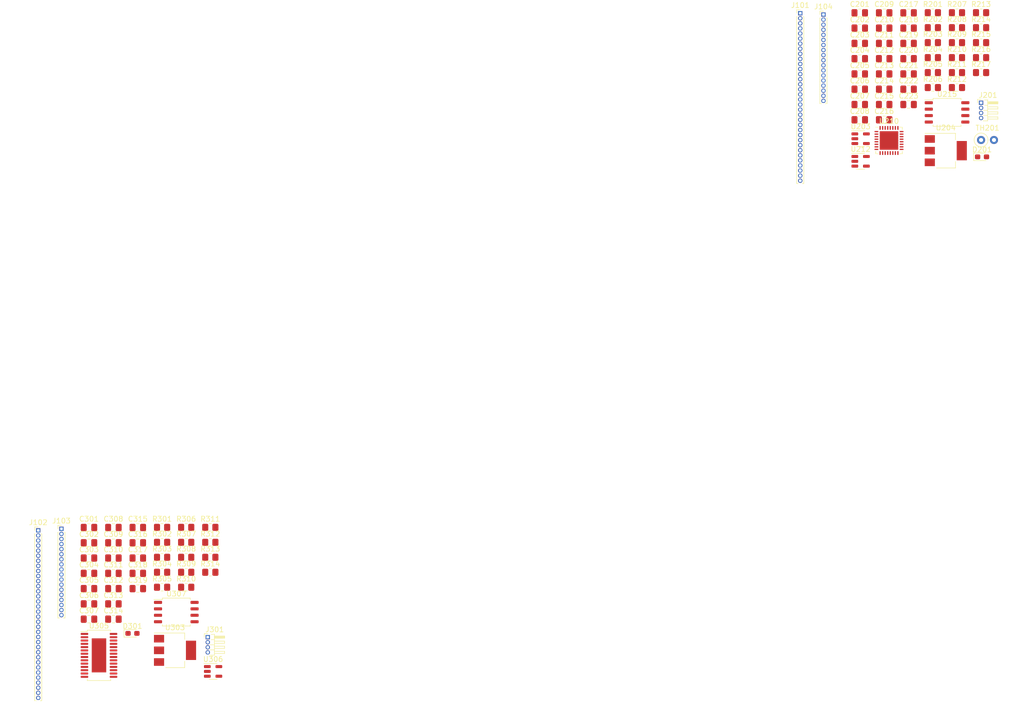
<source format=kicad_pcb>
(kicad_pcb (version 20221018) (generator pcbnew)
  (layers (0 "F.Cu" signal) (31 "B.Cu" signal) (34 "B.Paste" user) (35 "F.Paste" user) (36 "B.SilkS" user "B.Silkscreen") (37 "F.SilkS" user "F.Silkscreen") (38 "B.Mask" user) (39 "F.Mask" user) (44 "Edge.Cuts" user))
  (net 0 "")
  (net 1 "/TI_MSPM0L1306/DAC 1")
  (net 2 "/Nunoton_M0A23EC1AC/POCI")
  (net 3 "+3.3V")
  (net 4 "/Nunoton_M0A23EC1AC/SCLK")
  (net 5 "/Nunoton_M0A23EC1AC/PICO")
  (net 6 "/Nunoton_M0A23EC1AC/SDA")
  (net 7 "/Nunoton_M0A23EC1AC/SCL")
  (net 8 "/Nunoton_M0A23EC1AC/MCU_TX")
  (net 9 "/TI_MSPM0L1306/DAC 2")
  (net 10 "/Nunoton_M0A23EC1AC/5V")
  (net 11 "Net-(U201-GND)")
  (net 12 "/Nunoton_M0A23EC1AC/ADC12")
  (net 13 "/Nunoton_M0A23EC1AC/DAC 1")
  (net 14 "Net-(D201-K)")
  (net 15 "Net-(D201-A)")
  (net 16 "Net-(D301-K)")
  (net 17 "Net-(D301-A)")
  (net 18 "Net-(J201-Pin_2)")
  (net 19 "Net-(J201-Pin_3)")
  (net 20 "Net-(J301-Pin_2)")
  (net 21 "Net-(J301-Pin_3)")
  (net 22 "/TI_MSPM0L1306/PWM 1")
  (net 23 "/TI_MSPM0L1306/PWM 2")
  (net 24 "/Nunoton_M0A23EC1AC/MCU_RX")
  (net 25 "/TI_MSPM0L1306/OPA1.IN0+")
  (net 26 "/TI_MSPM0L1306/ADC12")
  (net 27 "/TI_MSPM0L1306/+5VP")
  (net 28 "/TI_MSPM0L1306/GND")
  (net 29 "Net-(J201-Pin_4)")
  (net 30 "Net-(U205-GND)")
  (net 31 "/Nunoton_M0A23EC1AC/PWM_CH0")
  (net 32 "/TI_MSPM0L1306/PA1")
  (net 33 "/TI_MSPM0L1306/COMPARE_0")
  (net 34 "/TI_MSPM0L1306/CAPTURE_0")
  (net 35 "/Nunoton_M0A23EC1AC/CS0")
  (net 36 "/TI_MSPM0L1306/PA12")
  (net 37 "/TI_MSPM0L1306/PA13")
  (net 38 "/TI_MSPM0L1306/PA14")
  (net 39 "/TI_MSPM0L1306/PA15")
  (net 40 "/TI_MSPM0L1306/OPA1.OUT")
  (net 41 "/TI_MSPM0L1306/OPA1.IN1-")
  (net 42 "/TI_MSPM0L1306/VREF-")
  (net 43 "/TI_MSPM0L1306/VREF+")
  (net 44 "/TI_MSPM0L1306/PA24")
  (net 45 "/Nunoton_M0A23EC1AC/PD.1")
  (net 46 "/Nunoton_M0A23EC1AC/PD.2")
  (net 47 "/Nunoton_M0A23EC1AC/PD.3")
  (net 48 "/Nunoton_M0A23EC1AC/CAN_TX")
  (net 49 "/Nunoton_M0A23EC1AC/CAN_RX")
  (net 50 "/Nunoton_M0A23EC1AC/TM0")
  (net 51 "/Nunoton_M0A23EC1AC/PD.5")
  (net 52 "/Nunoton_M0A23EC1AC/PD.6")
  (net 53 "Net-(U210-NRST)")
  (net 54 "/Nunoton_M0A23EC1AC/TM0_EXT")
  (net 55 "/Nunoton_M0A23EC1AC/ACMP0")
  (net 56 "Net-(U206-GND)")
  (net 57 "/Nunoton_M0A23EC1AC/PWM_BRAKE1")
  (net 58 "Net-(U208-GND)")
  (net 59 "Net-(U210-VCORE)")
  (net 60 "Net-(U203B-GND)")
  (net 61 "Net-(U213-GND)")
  (net 62 "Net-(U214-GND)")
  (net 63 "Net-(U210-PA26{slash}A1)")
  (net 64 "Net-(U215A-+)")
  (net 65 "Net-(U215B-V-)")
  (net 66 "/Nunoton_M0A23EC1AC/GND")
  (net 67 "Net-(U301-GND)")
  (net 68 "Net-(U305-PA.3{slash}_nRESET)")
  (net 69 "Net-(U302-GND)")
  (net 70 "Net-(U305-PB.6{slash}MCU_RX)")
  (net 71 "Net-(U307B-V-)")
  (net 72 "Net-(U307A-+)")
  (net 73 "Net-(U306B-GND)")
  (net 74 "Net-(J103-Pin_14)")
  (net 75 "Net-(U210-PA20{slash}SWCLK{slash}A6)")
  (net 76 "/TI_MSPM0L1306/POCI")
  (net 77 "/TI_MSPM0L1306/SCLK")
  (net 78 "/TI_MSPM0L1306/PICO")
  (net 79 "/TI_MSPM0L1306/SDA")
  (net 80 "/TI_MSPM0L1306/SCL")
  (net 81 "/TI_MSPM0L1306/TX")
  (net 82 "/TI_MSPM0L1306/RX")
  (net 83 "/TI_MSPM0L1306/CS0")
  (net 84 "+3.3VP")
  (net 85 "Net-(J301-Pin_4)")
  (net 86 "Net-(U210-PA19{slash}SWDIO)")
  (net 87 "Net-(U210-PA4)")
  (net 88 "Net-(U210-PA6)")
  (net 89 "Net-(U210-PA9)")
  (net 90 "Net-(U210-PA2{slash}ROSC)")
  (net 91 "Net-(U209-GND)")
  (net 92 "Net-(U210-PA25{slash}A2)")
  (net 93 "Net-(U305-PD.0)")
  (net 94 "Net-(U305-PC.3)")
  (net 95 "Net-(U305-PC.4)")
  (net 96 "Net-(U305-PB.4{slash}MCU_TX)")
  (net 97 "Net-(U305-PA.0{slash}ICE_DAT)")
  (net 98 "Net-(U305-PA.1{slash}_ICE_CLK)")
  (net 99 "Net-(U217-GND)")
  (net 100 "Net-(U210-PA3)")
  (net 101 "Net-(U210-PA22{slash}A4)")
  (net 102 "Net-(U210-PA27{slash}A0)")
  (net 103 "Net-(U305-PA.5)")
  (net 104 "Net-(U305-PC.0)")
  (footprint "Connector_PinHeader_1.00mm:PinHeader_1x34_P1.00mm_Vertical" (layer "F.Cu") (at 200.4305 19.034)
    (fp_text reference "J101" (at 0 -1.56) (layer "F.SilkS"))
    (fp_text value "Conn_01x34_Socket")
    (pad "1" thru_hole rect (at 0 0) (size 0.85 0.85) (drill 0.5) (layers "*.Cu" "*.Mask"))
    (pad "2" thru_hole oval (at 0 1) (size 0.85 0.85) (drill 0.5) (layers "*.Cu" "*.Mask"))
    (pad "3" thru_hole oval (at 0 2) (size 0.85 0.85) (drill 0.5) (layers "*.Cu" "*.Mask"))
    (pad "4" thru_hole oval (at 0 3) (size 0.85 0.85) (drill 0.5) (layers "*.Cu" "*.Mask"))
    (pad "5" thru_hole oval (at 0 4) (size 0.85 0.85) (drill 0.5) (layers "*.Cu" "*.Mask"))
    (pad "6" thru_hole oval (at 0 5) (size 0.85 0.85) (drill 0.5) (layers "*.Cu" "*.Mask"))
    (pad "7" thru_hole oval (at 0 6) (size 0.85 0.85) (drill 0.5) (layers "*.Cu" "*.Mask"))
    (pad "8" thru_hole oval (at 0 7) (size 0.85 0.85) (drill 0.5) (layers "*.Cu" "*.Mask"))
    (pad "9" thru_hole oval (at 0 8) (size 0.85 0.85) (drill 0.5) (layers "*.Cu" "*.Mask"))
    (pad "10" thru_hole oval (at 0 9) (size 0.85 0.85) (drill 0.5) (layers "*.Cu" "*.Mask"))
    (pad "11" thru_hole oval (at 0 10) (size 0.85 0.85) (drill 0.5) (layers "*.Cu" "*.Mask"))
    (pad "12" thru_hole oval (at 0 11) (size 0.85 0.85) (drill 0.5) (layers "*.Cu" "*.Mask"))
    (pad "13" thru_hole oval (at 0 12) (size 0.85 0.85) (drill 0.5) (layers "*.Cu" "*.Mask"))
    (pad "14" thru_hole oval (at 0 13) (size 0.85 0.85) (drill 0.5) (layers "*.Cu" "*.Mask"))
    (pad "15" thru_hole oval (at 0 14) (size 0.85 0.85) (drill 0.5) (layers "*.Cu" "*.Mask"))
    (pad "16" thru_hole oval (at 0 15) (size 0.85 0.85) (drill 0.5) (layers "*.Cu" "*.Mask"))
    (pad "17" thru_hole oval (at 0 16) (size 0.85 0.85) (drill 0.5) (layers "*.Cu" "*.Mask"))
    (pad "18" thru_hole oval (at 0 17) (size 0.85 0.85) (drill 0.5) (layers "*.Cu" "*.Mask"))
    (pad "19" thru_hole oval (at 0 18) (size 0.85 0.85) (drill 0.5) (layers "*.Cu" "*.Mask"))
    (pad "20" thru_hole oval (at 0 19) (size 0.85 0.85) (drill 0.5) (layers "*.Cu" "*.Mask"))
    (pad "21" thru_hole oval (at 0 20) (size 0.85 0.85) (drill 0.5) (layers "*.Cu" "*.Mask"))
    (pad "22" thru_hole oval (at 0 21) (size 0.85 0.85) (drill 0.5) (layers "*.Cu" "*.Mask"))
    (pad "23" thru_hole oval (at 0 22) (size 0.85 0.85) (drill 0.5) (layers "*.Cu" "*.Mask"))
    (pad "24" thru_hole oval (at 0 23) (size 0.85 0.85) (drill 0.5) (layers "*.Cu" "*.Mask"))
    (pad "25" thru_hole oval (at 0 24) (size 0.85 0.85) (drill 0.5) (layers "*.Cu" "*.Mask"))
    (pad "26" thru_hole oval (at 0 25) (size 0.85 0.85) (drill 0.5) (layers "*.Cu" "*.Mask"))
    (pad "27" thru_hole oval (at 0 26) (size 0.85 0.85) (drill 0.5) (layers "*.Cu" "*.Mask"))
    (pad "28" thru_hole oval (at 0 27) (size 0.85 0.85) (drill 0.5) (layers "*.Cu" "*.Mask"))
    (pad "29" thru_hole oval (at 0 28) (size 0.85 0.85) (drill 0.5) (layers "*.Cu" "*.Mask"))
    (pad "30" thru_hole oval (at 0 29) (size 0.85 0.85) (drill 0.5) (layers "*.Cu" "*.Mask"))
    (pad "31" thru_hole oval (at 0 30) (size 0.85 0.85) (drill 0.5) (layers "*.Cu" "*.Mask"))
    (pad "32" thru_hole oval (at 0 31) (size 0.85 0.85) (drill 0.5) (layers "*.Cu" "*.Mask"))
    (pad "33" thru_hole oval (at 0 32) (size 0.85 0.85) (drill 0.5) (layers "*.Cu" "*.Mask"))
    (pad "34" thru_hole oval (at 0 33) (size 0.85 0.85) (drill 0.5) (layers "*.Cu" "*.Mask"))
  )
  (footprint "Resistor_SMD:R_0805_2012Metric_Pad1.20x1.40mm_HandSolder" (layer "F.Cu") (at 74.712 132.122)
    (fp_text reference "R305" (at 0 -1.65) (layer "F.SilkS"))
    (fp_text value "2.2k")
    (pad "1" smd roundrect (at -1 0) (size 1.2 1.4) (layers "F.Cu" "F.Paste" "F.Mask") (roundrect_rratio 0.208333) (net 68 "Net-(U305-PA.3{slash}_nRESET)"))
    (pad "2" smd roundrect (at 1 0) (size 1.2 1.4) (layers "F.Cu" "F.Paste" "F.Mask") (roundrect_rratio 0.208333) (net 17 "Net-(D301-A)"))
  )
  (footprint "Capacitor_SMD:C_0805_2012Metric_Pad1.18x1.45mm_HandSolder" (layer "F.Cu") (at 212.152 27.994)
    (fp_text reference "C204" (at 0 -1.68) (layer "F.SilkS"))
    (fp_text value "0.47uF")
    (pad "1" smd roundrect (at -1.0375 0) (size 1.175 1.45) (layers "F.Cu" "F.Paste" "F.Mask") (roundrect_rratio 0.212766) (net 84 "+3.3VP"))
    (pad "2" smd roundrect (at 1.0375 0) (size 1.175 1.45) (layers "F.Cu" "F.Paste" "F.Mask") (roundrect_rratio 0.212766) (net 29 "Net-(J201-Pin_4)"))
  )
  (footprint "Capacitor_SMD:C_0805_2012Metric_Pad1.18x1.45mm_HandSolder" (layer "F.Cu") (at 216.962 21.974)
    (fp_text reference "C210" (at 0 -1.68) (layer "F.SilkS"))
    (fp_text value "100nF")
    (pad "1" smd roundrect (at -1.0375 0) (size 1.175 1.45) (layers "F.Cu" "F.Paste" "F.Mask") (roundrect_rratio 0.212766) (net 84 "+3.3VP"))
    (pad "2" smd roundrect (at 1.0375 0) (size 1.175 1.45) (layers "F.Cu" "F.Paste" "F.Mask") (roundrect_rratio 0.212766) (net 28 "/TI_MSPM0L1306/GND"))
  )
  (footprint "Connector_PinHeader_1.00mm:PinHeader_1x04_P1.00mm_Horizontal" (layer "F.Cu") (at 83.712 141.952)
    (fp_text reference "J301" (at 1.375 -1.5) (layer "F.SilkS"))
    (fp_text value "SWD_01x04_Pin")
    (pad "1" thru_hole rect (at 0 0) (size 0.85 0.85) (drill 0.5) (layers "*.Cu" "*.Mask") (net 3 "+3.3V"))
    (pad "2" thru_hole oval (at 0 1) (size 0.85 0.85) (drill 0.5) (layers "*.Cu" "*.Mask") (net 20 "Net-(J301-Pin_2)"))
    (pad "3" thru_hole oval (at 0 2) (size 0.85 0.85) (drill 0.5) (layers "*.Cu" "*.Mask") (net 21 "Net-(J301-Pin_3)"))
    (pad "4" thru_hole oval (at 0 3) (size 0.85 0.85) (drill 0.5) (layers "*.Cu" "*.Mask") (net 85 "Net-(J301-Pin_4)"))
  )
  (footprint "Capacitor_SMD:C_0805_2012Metric_Pad1.18x1.45mm_HandSolder" (layer "F.Cu") (at 69.932 129.382)
    (fp_text reference "C318" (at 0 -1.68) (layer "F.SilkS"))
    (fp_text value "10nF")
    (pad "1" smd roundrect (at -1.0375 0) (size 1.175 1.45) (layers "F.Cu" "F.Paste" "F.Mask") (roundrect_rratio 0.212766) (net 13 "/Nunoton_M0A23EC1AC/DAC 1"))
    (pad "2" smd roundrect (at 1.0375 0) (size 1.175 1.45) (layers "F.Cu" "F.Paste" "F.Mask") (roundrect_rratio 0.212766) (net 85 "Net-(J301-Pin_4)"))
  )
  (footprint "Package_SO:SOIC-8_5.275x5.275mm_P1.27mm" (layer "F.Cu") (at 229.352 38.574)
    (fp_text reference "U215" (at 0 -3.59) (layer "F.SilkS"))
    (fp_text value "TL082")
    (pad "1" smd roundrect (at -3.6 -1.905) (size 1.6 0.6) (layers "F.Cu" "F.Paste" "F.Mask") (net 102 "Net-(U210-PA27{slash}A0)"))
    (pad "2" smd roundrect (at -3.6 -0.635) (size 1.6 0.6) (layers "F.Cu" "F.Paste" "F.Mask") (net 102 "Net-(U210-PA27{slash}A0)"))
    (pad "3" smd roundrect (at -3.6 0.635) (size 1.6 0.6) (layers "F.Cu" "F.Paste" "F.Mask") (net 64 "Net-(U215A-+)"))
    (pad "4" smd roundrect (at -3.6 1.905) (size 1.6 0.6) (layers "F.Cu" "F.Paste" "F.Mask") (net 65 "Net-(U215B-V-)"))
    (pad "5" smd roundrect (at 3.6 1.905) (size 1.6 0.6) (layers "F.Cu" "F.Paste" "F.Mask"))
    (pad "6" smd roundrect (at 3.6 0.635) (size 1.6 0.6) (layers "F.Cu" "F.Paste" "F.Mask"))
    (pad "7" smd roundrect (at 3.6 -0.635) (size 1.6 0.6) (layers "F.Cu" "F.Paste" "F.Mask"))
    (pad "8" smd roundrect (at 3.6 -1.905) (size 1.6 0.6) (layers "F.Cu" "F.Paste" "F.Mask") (net 84 "+3.3VP"))
  )
  (footprint "Capacitor_SMD:C_0805_2012Metric_Pad1.18x1.45mm_HandSolder" (layer "F.Cu") (at 65.122 135.402)
    (fp_text reference "C313" (at 0 -1.68) (layer "F.SilkS"))
    (fp_text value "18pF")
    (pad "1" smd roundrect (at -1.0375 0) (size 1.175 1.45) (layers "F.Cu" "F.Paste" "F.Mask") (roundrect_rratio 0.212766) (net 7 "/Nunoton_M0A23EC1AC/SCL"))
    (pad "2" smd roundrect (at 1.0375 0) (size 1.175 1.45) (layers "F.Cu" "F.Paste" "F.Mask") (roundrect_rratio 0.212766) (net 67 "Net-(U301-GND)"))
  )
  (footprint "Capacitor_SMD:C_0805_2012Metric_Pad1.18x1.45mm_HandSolder" (layer "F.Cu") (at 60.312 123.362)
    (fp_text reference "C302" (at 0 -1.68) (layer "F.SilkS"))
    (fp_text value "100pF")
    (pad "1" smd roundrect (at -1.0375 0) (size 1.175 1.45) (layers "F.Cu" "F.Paste" "F.Mask") (roundrect_rratio 0.212766) (net 4 "/Nunoton_M0A23EC1AC/SCLK"))
    (pad "2" smd roundrect (at 1.0375 0) (size 1.175 1.45) (layers "F.Cu" "F.Paste" "F.Mask") (roundrect_rratio 0.212766) (net 67 "Net-(U301-GND)"))
  )
  (footprint "Capacitor_SMD:C_0805_2012Metric_Pad1.18x1.45mm_HandSolder" (layer "F.Cu") (at 216.962 34.014)
    (fp_text reference "C214" (at 0 -1.68) (layer "F.SilkS"))
    (fp_text value "18pF")
    (pad "1" smd roundrect (at -1.0375 0) (size 1.175 1.45) (layers "F.Cu" "F.Paste" "F.Mask") (roundrect_rratio 0.212766) (net 79 "/TI_MSPM0L1306/SDA"))
    (pad "2" smd roundrect (at 1.0375 0) (size 1.175 1.45) (layers "F.Cu" "F.Paste" "F.Mask") (roundrect_rratio 0.212766) (net 30 "Net-(U205-GND)"))
  )
  (footprint "Capacitor_SMD:C_0805_2012Metric_Pad1.18x1.45mm_HandSolder" (layer "F.Cu") (at 221.772 27.994)
    (fp_text reference "C220" (at 0 -1.68) (layer "F.SilkS"))
    (fp_text value "100nF")
    (pad "1" smd roundrect (at -1.0375 0) (size 1.175 1.45) (layers "F.Cu" "F.Paste" "F.Mask") (roundrect_rratio 0.212766) (net 84 "+3.3VP"))
    (pad "2" smd roundrect (at 1.0375 0) (size 1.175 1.45) (layers "F.Cu" "F.Paste" "F.Mask") (roundrect_rratio 0.212766) (net 60 "Net-(U203B-GND)"))
  )
  (footprint "Resistor_SMD:R_0805_2012Metric_Pad1.20x1.40mm_HandSolder" (layer "F.Cu") (at 79.462 129.172)
    (fp_text reference "R309" (at 0 -1.65) (layer "F.SilkS"))
    (fp_text value "2.2k")
    (pad "1" smd roundrect (at -1 0) (size 1.2 1.4) (layers "F.Cu" "F.Paste" "F.Mask") (roundrect_rratio 0.208333) (net 68 "Net-(U305-PA.3{slash}_nRESET)"))
    (pad "2" smd roundrect (at 1 0) (size 1.2 1.4) (layers "F.Cu" "F.Paste" "F.Mask") (roundrect_rratio 0.208333) (net 7 "/Nunoton_M0A23EC1AC/SCL"))
  )
  (footprint "Resistor_SMD:R_0805_2012Metric_Pad1.20x1.40mm_HandSolder" (layer "F.Cu") (at 79.462 123.272)
    (fp_text reference "R307" (at 0 -1.65) (layer "F.SilkS"))
    (fp_text value "22R")
    (pad "1" smd roundrect (at -1 0) (size 1.2 1.4) (layers "F.Cu" "F.Paste" "F.Mask") (roundrect_rratio 0.208333) (net 95 "Net-(U305-PC.4)"))
    (pad "2" smd roundrect (at 1 0) (size 1.2 1.4) (layers "F.Cu" "F.Paste" "F.Mask") (roundrect_rratio 0.208333) (net 5 "/Nunoton_M0A23EC1AC/PICO"))
  )
  (footprint "Capacitor_SMD:C_0805_2012Metric_Pad1.18x1.45mm_HandSolder" (layer "F.Cu") (at 69.932 126.372)
    (fp_text reference "C317" (at 0 -1.68) (layer "F.SilkS"))
    (fp_text value "100nF")
    (pad "1" smd roundrect (at -1.0375 0) (size 1.175 1.45) (layers "F.Cu" "F.Paste" "F.Mask") (roundrect_rratio 0.212766) (net 73 "Net-(U306B-GND)"))
    (pad "2" smd roundrect (at 1.0375 0) (size 1.175 1.45) (layers "F.Cu" "F.Paste" "F.Mask") (roundrect_rratio 0.212766) (net 3 "+3.3V"))
  )
  (footprint "Connector_PinHeader_1.00mm:PinHeader_1x34_P1.00mm_Vertical" (layer "F.Cu") (at 50.312 120.918)
    (fp_text reference "J102" (at 0 -1.56) (layer "F.SilkS"))
    (fp_text value "Conn_01x34_Socket")
    (pad "1" thru_hole rect (at 0 0) (size 0.85 0.85) (drill 0.5) (layers "*.Cu" "*.Mask"))
    (pad "2" thru_hole oval (at 0 1) (size 0.85 0.85) (drill 0.5) (layers "*.Cu" "*.Mask"))
    (pad "3" thru_hole oval (at 0 2) (size 0.85 0.85) (drill 0.5) (layers "*.Cu" "*.Mask"))
    (pad "4" thru_hole oval (at 0 3) (size 0.85 0.85) (drill 0.5) (layers "*.Cu" "*.Mask"))
    (pad "5" thru_hole oval (at 0 4) (size 0.85 0.85) (drill 0.5) (layers "*.Cu" "*.Mask"))
    (pad "6" thru_hole oval (at 0 5) (size 0.85 0.85) (drill 0.5) (layers "*.Cu" "*.Mask"))
    (pad "7" thru_hole oval (at 0 6) (size 0.85 0.85) (drill 0.5) (layers "*.Cu" "*.Mask"))
    (pad "8" thru_hole oval (at 0 7) (size 0.85 0.85) (drill 0.5) (layers "*.Cu" "*.Mask"))
    (pad "9" thru_hole oval (at 0 8) (size 0.85 0.85) (drill 0.5) (layers "*.Cu" "*.Mask"))
    (pad "10" thru_hole oval (at 0 9) (size 0.85 0.85) (drill 0.5) (layers "*.Cu" "*.Mask"))
    (pad "11" thru_hole oval (at 0 10) (size 0.85 0.85) (drill 0.5) (layers "*.Cu" "*.Mask"))
    (pad "12" thru_hole oval (at 0 11) (size 0.85 0.85) (drill 0.5) (layers "*.Cu" "*.Mask"))
    (pad "13" thru_hole oval (at 0 12) (size 0.85 0.85) (drill 0.5) (layers "*.Cu" "*.Mask"))
    (pad "14" thru_hole oval (at 0 13) (size 0.85 0.85) (drill 0.5) (layers "*.Cu" "*.Mask"))
    (pad "15" thru_hole oval (at 0 14) (size 0.85 0.85) (drill 0.5) (layers "*.Cu" "*.Mask"))
    (pad "16" thru_hole oval (at 0 15) (size 0.85 0.85) (drill 0.5) (layers "*.Cu" "*.Mask"))
    (pad "17" thru_hole oval (at 0 16) (size 0.85 0.85) (drill 0.5) (layers "*.Cu" "*.Mask"))
    (pad "18" thru_hole oval (at 0 17) (size 0.85 0.85) (drill 0.5) (layers "*.Cu" "*.Mask"))
    (pad "19" thru_hole oval (at 0 18) (size 0.85 0.85) (drill 0.5) (layers "*.Cu" "*.Mask"))
    (pad "20" thru_hole oval (at 0 19) (size 0.85 0.85) (drill 0.5) (layers "*.Cu" "*.Mask"))
    (pad "21" thru_hole oval (at 0 20) (size 0.85 0.85) (drill 0.5) (layers "*.Cu" "*.Mask"))
    (pad "22" thru_hole oval (at 0 21) (size 0.85 0.85) (drill 0.5) (layers "*.Cu" "*.Mask"))
    (pad "23" thru_hole oval (at 0 22) (size 0.85 0.85) (drill 0.5) (layers "*.Cu" "*.Mask"))
    (pad "24" thru_hole oval (at 0 23) (size 0.85 0.85) (drill 0.5) (layers "*.Cu" "*.Mask"))
    (pad "25" thru_hole oval (at 0 24) (size 0.85 0.85) (drill 0.5) (layers "*.Cu" "*.Mask"))
    (pad "26" thru_hole oval (at 0 25) (size 0.85 0.85) (drill 0.5) (layers "*.Cu" "*.Mask"))
    (pad "27" thru_hole oval (at 0 26) (size 0.85 0.85) (drill 0.5) (layers "*.Cu" "*.Mask"))
    (pad "28" thru_hole oval (at 0 27) (size 0.85 0.85) (drill 0.5) (layers "*.Cu" "*.Mask"))
    (pad "29" thru_hole oval (at 0 28) (size 0.85 0.85) (drill 0.5) (layers "*.Cu" "*.Mask"))
    (pad "30" thru_hole oval (at 0 29) (size 0.85 0.85) (drill 0.5) (layers "*.Cu" "*.Mask"))
    (pad "31" thru_hole oval (at 0 30) (size 0.85 0.85) (drill 0.5) (layers "*.Cu" "*.Mask"))
    (pad "32" thru_hole oval (at 0 31) (size 0.85 0.85) (drill 0.5) (layers "*.Cu" "*.Mask"))
    (pad "33" thru_hole oval (at 0 32) (size 0.85 0.85) (drill 0.5) (layers "*.Cu" "*.Mask"))
    (pad "34" thru_hole oval (at 0 33) (size 0.85 0.85) (drill 0.5) (layers "*.Cu" "*.Mask"))
  )
  (footprint "Resistor_SMD:R_0805_2012Metric_Pad1.20x1.40mm_HandSolder" (layer "F.Cu") (at 236.052 30.734)
    (fp_text reference "R217" (at 0 -1.65) (layer "F.SilkS"))
    (fp_text value "100R")
    (pad "1" smd roundrect (at -1 0) (size 1.2 1.4) (layers "F.Cu" "F.Paste" "F.Mask") (roundrect_rratio 0.208333) (net 26 "/TI_MSPM0L1306/ADC12"))
    (pad "2" smd roundrect (at 1 0) (size 1.2 1.4) (layers "F.Cu" "F.Paste" "F.Mask") (roundrect_rratio 0.208333) (net 64 "Net-(U215A-+)"))
  )
  (footprint "Package_TO_SOT_SMD:SOT-23-5" (layer "F.Cu") (at 212.322 48.214)
    (fp_text reference "U212" (at 0 -2.4) (layer "F.SilkS"))
    (fp_text value "SN74LVC1G08")
    (pad "1" smd roundrect (at -1.1375 -0.95) (size 1.325 0.6) (layers "F.Cu" "F.Paste" "F.Mask") (net 101 "Net-(U210-PA22{slash}A4)"))
    (pad "2" smd roundrect (at -1.1375 0) (size 1.325 0.6) (layers "F.Cu" "F.Paste" "F.Mask") (net 101 "Net-(U210-PA22{slash}A4)"))
    (pad "3" smd roundrect (at -1.1375 0.95) (size 1.325 0.6) (layers "F.Cu" "F.Paste" "F.Mask") (net 60 "Net-(U203B-GND)"))
    (pad "4" smd roundrect (at 1.1375 0.95) (size 1.325 0.6) (layers "F.Cu" "F.Paste" "F.Mask") (net 23 "/TI_MSPM0L1306/PWM 2"))
    (pad "5" smd roundrect (at 1.1375 -0.95) (size 1.325 0.6) (layers "F.Cu" "F.Paste" "F.Mask") (net 84 "+3.3VP"))
  )
  (footprint "Capacitor_SMD:C_0805_2012Metric_Pad1.18x1.45mm_HandSolder" (layer "F.Cu") (at 212.152 21.974)
    (fp_text reference "C202" (at 0 -1.68) (layer "F.SilkS"))
    (fp_text value "4.7uF")
    (pad "1" smd roundrect (at -1.0375 0) (size 1.175 1.45) (layers "F.Cu" "F.Paste" "F.Mask") (roundrect_rratio 0.212766) (net 27 "/TI_MSPM0L1306/+5VP"))
    (pad "2" smd roundrect (at 1.0375 0) (size 1.175 1.45) (layers "F.Cu" "F.Paste" "F.Mask") (roundrect_rratio 0.212766) (net 28 "/TI_MSPM0L1306/GND"))
  )
  (footprint "Resistor_SMD:R_0805_2012Metric_Pad1.20x1.40mm_HandSolder" (layer "F.Cu") (at 79.462 126.222)
    (fp_text reference "R308" (at 0 -1.65) (layer "F.SilkS"))
    (fp_text value "10R")
    (pad "1" smd roundrect (at -1 0) (size 1.2 1.4) (layers "F.Cu" "F.Paste" "F.Mask") (roundrect_rratio 0.208333) (net 96 "Net-(U305-PB.4{slash}MCU_TX)"))
    (pad "2" smd roundrect (at 1 0) (size 1.2 1.4) (layers "F.Cu" "F.Paste" "F.Mask") (roundrect_rratio 0.208333) (net 8 "/Nunoton_M0A23EC1AC/MCU_TX"))
  )
  (footprint "Capacitor_SMD:C_0805_2012Metric_Pad1.18x1.45mm_HandSolder" (layer "F.Cu") (at 216.962 31.004)
    (fp_text reference "C213" (at 0 -1.68) (layer "F.SilkS"))
    (fp_text value "100nF")
    (pad "1" smd roundrect (at -1.0375 0) (size 1.175 1.45) (layers "F.Cu" "F.Paste" "F.Mask") (roundrect_rratio 0.212766) (net 84 "+3.3VP"))
    (pad "2" smd roundrect (at 1.0375 0) (size 1.175 1.45) (layers "F.Cu" "F.Paste" "F.Mask") (roundrect_rratio 0.212766) (net 58 "Net-(U208-GND)"))
  )
  (footprint "Package_TO_SOT_SMD:SOT-223-3_TabPin2" (layer "F.Cu") (at 229.102 46.114)
    (fp_text reference "U204" (at 0 -4.5) (layer "F.SilkS"))
    (fp_text value "LM1117MP-3.3")
    (pad "1" smd rect (at -3.15 -2.3) (size 2 1.5) (layers "F.Cu" "F.Paste" "F.Mask") (net 28 "/TI_MSPM0L1306/GND"))
    (pad "2" smd rect (at -3.15 0) (size 2 1.5) (layers "F.Cu" "F.Paste" "F.Mask") (net 84 "+3.3VP"))
    (pad "2" smd rect (at 3.15 0) (size 2 3.8) (layers "F.Cu" "F.Paste" "F.Mask") (net 84 "+3.3VP"))
    (pad "3" smd rect (at -3.15 2.3) (size 2 1.5) (layers "F.Cu" "F.Paste" "F.Mask") (net 27 "/TI_MSPM0L1306/+5VP"))
  )
  (footprint "Resistor_SMD:R_0805_2012Metric_Pad1.20x1.40mm_HandSolder" (layer "F.Cu") (at 226.552 21.884)
    (fp_text reference "R202" (at 0 -1.65) (layer "F.SilkS"))
    (fp_text value "22R")
    (pad "1" smd roundrect (at -1 0) (size 1.2 1.4) (layers "F.Cu" "F.Paste" "F.Mask") (roundrect_rratio 0.208333) (net 75 "Net-(U210-PA20{slash}SWCLK{slash}A6)"))
    (pad "2" smd roundrect (at 1 0) (size 1.2 1.4) (layers "F.Cu" "F.Paste" "F.Mask") (roundrect_rratio 0.208333) (net 18 "Net-(J201-Pin_2)"))
  )
  (footprint "Capacitor_SMD:C_0805_2012Metric_Pad1.18x1.45mm_HandSolder" (layer "F.Cu") (at 212.152 24.984)
    (fp_text reference "C203" (at 0 -1.68) (layer "F.SilkS"))
    (fp_text value "4.7uF")
    (pad "1" smd roundrect (at -1.0375 0) (size 1.175 1.45) (layers "F.Cu" "F.Paste" "F.Mask") (roundrect_rratio 0.212766) (net 27 "/TI_MSPM0L1306/+5VP"))
    (pad "2" smd roundrect (at 1.0375 0) (size 1.175 1.45) (layers "F.Cu" "F.Paste" "F.Mask") (roundrect_rratio 0.212766) (net 28 "/TI_MSPM0L1306/GND"))
  )
  (footprint "Resistor_SMD:R_0805_2012Metric_Pad1.20x1.40mm_HandSolder" (layer "F.Cu") (at 236.052 27.784)
    (fp_text reference "R216" (at 0 -1.65) (layer "F.SilkS"))
    (fp_text value "10k")
    (pad "1" smd roundrect (at -1 0) (size 1.2 1.4) (layers "F.Cu" "F.Paste" "F.Mask") (roundrect_rratio 0.208333) (net 84 "+3.3VP"))
    (pad "2" smd roundrect (at 1 0) (size 1.2 1.4) (layers "F.Cu" "F.Paste" "F.Mask") (roundrect_rratio 0.208333) (net 25 "/TI_MSPM0L1306/OPA1.IN0+"))
  )
  (footprint "Connector_PinHeader_1.00mm:PinHeader_1x04_P1.00mm_Horizontal" (layer "F.Cu") (at 236.052 36.684)
    (fp_text reference "J201" (at 1.375 -1.5) (layer "F.SilkS"))
    (fp_text value "SWD_01x04_Pin")
    (pad "1" thru_hole rect (at 0 0) (size 0.85 0.85) (drill 0.5) (layers "*.Cu" "*.Mask") (net 84 "+3.3VP"))
    (pad "2" thru_hole oval (at 0 1) (size 0.85 0.85) (drill 0.5) (layers "*.Cu" "*.Mask") (net 18 "Net-(J201-Pin_2)"))
    (pad "3" thru_hole oval (at 0 2) (size 0.85 0.85) (drill 0.5) (layers "*.Cu" "*.Mask") (net 19 "Net-(J201-Pin_3)"))
    (pad "4" thru_hole oval (at 0 3) (size 0.85 0.85) (drill 0.5) (layers "*.Cu" "*.Mask") (net 29 "Net-(J201-Pin_4)"))
  )
  (footprint "Capacitor_SMD:C_0805_2012Metric_Pad1.18x1.45mm_HandSolder" (layer "F.Cu") (at 65.122 138.412)
    (fp_text reference "C314" (at 0 -1.68) (layer "F.SilkS"))
    (fp_text value "18pF")
    (pad "1" smd roundrect (at -1.0375 0) (size 1.175 1.45) (layers "F.Cu" "F.Paste" "F.Mask") (roundrect_rratio 0.212766) (net 6 "/Nunoton_M0A23EC1AC/SDA"))
    (pad "2" smd roundrect (at 1.0375 0) (size 1.175 1.45) (layers "F.Cu" "F.Paste" "F.Mask") (roundrect_rratio 0.212766) (net 67 "Net-(U301-GND)"))
  )
  (footprint "Capacitor_SMD:C_0805_2012Metric_Pad1.18x1.45mm_HandSolder" (layer "F.Cu") (at 221.772 37.024)
    (fp_text reference "C223" (at 0 -1.68) (layer "F.SilkS"))
    (fp_text value "100nF")
    (pad "1" smd roundrect (at -1.0375 0) (size 1.175 1.45) (layers "F.Cu" "F.Paste" "F.Mask") (roundrect_rratio 0.212766) (net 84 "+3.3VP"))
    (pad "2" smd roundrect (at 1.0375 0) (size 1.175 1.45) (layers "F.Cu" "F.Paste" "F.Mask") (roundrect_rratio 0.212766) (net 65 "Net-(U215B-V-)"))
  )
  (footprint "Capacitor_SMD:C_0805_2012Metric_Pad1.18x1.45mm_HandSolder" (layer "F.Cu") (at 216.962 27.994)
    (fp_text reference "C212" (at 0 -1.68) (layer "F.SilkS"))
    (fp_text value "10uF")
    (pad "1" smd roundrect (at -1.0375 0) (size 1.175 1.45) (layers "F.Cu" "F.Paste" "F.Mask") (roundrect_rratio 0.212766) (net 84 "+3.3VP"))
    (pad "2" smd roundrect (at 1.0375 0) (size 1.175 1.45) (layers "F.Cu" "F.Paste" "F.Mask") (roundrect_rratio 0.212766) (net 58 "Net-(U208-GND)"))
  )
  (footprint "Capacitor_SMD:C_0805_2012Metric_Pad1.18x1.45mm_HandSolder" (layer "F.Cu") (at 69.932 123.362)
    (fp_text reference "C316" (at 0 -1.68) (layer "F.SilkS"))
    (fp_text value "100pF")
    (pad "1" smd roundrect (at -1.0375 0) (size 1.175 1.45) (layers "F.Cu" "F.Paste" "F.Mask") (roundrect_rratio 0.212766) (net 72 "Net-(U307A-+)"))
    (pad "2" smd roundrect (at 1.0375 0) (size 1.175 1.45) (layers "F.Cu" "F.Paste" "F.Mask") (roundrect_rratio 0.212766) (net 85 "Net-(J301-Pin_4)"))
  )
  (footprint "Capacitor_SMD:C_0805_2012Metric_Pad1.18x1.45mm_HandSolder" (layer "F.Cu") (at 216.962 40.034)
    (fp_text reference "C216" (at 0 -1.68) (layer "F.SilkS"))
    (fp_text value "0.47uF")
    (pad "1" smd roundrect (at -1.0375 0) (size 1.175 1.45) (layers "F.Cu" "F.Paste" "F.Mask") (roundrect_rratio 0.212766) (net 59 "Net-(U210-VCORE)"))
    (pad "2" smd roundrect (at 1.0375 0) (size 1.175 1.45) (layers "F.Cu" "F.Paste" "F.Mask") (roundrect_rratio 0.212766) (net 58 "Net-(U208-GND)"))
  )
  (footprint "Resistor_SMD:R_0805_2012Metric_Pad1.20x1.40mm_HandSolder" (layer "F.Cu") (at 74.712 129.172)
    (fp_text reference "R304" (at 0 -1.65) (layer "F.SilkS"))
    (fp_text value "10k")
    (pad "1" smd roundrect (at -1 0) (size 1.2 1.4) (layers "F.Cu" "F.Paste" "F.Mask") (roundrect_rratio 0.208333) (net 68 "Net-(U305-PA.3{slash}_nRESET)"))
    (pad "2" smd roundrect (at 1 0) (size 1.2 1.4) (layers "F.Cu" "F.Paste" "F.Mask") (roundrect_rratio 0.208333) (net 16 "Net-(D301-K)"))
  )
  (footprint "Resistor_SMD:R_0805_2012Metric_Pad1.20x1.40mm_HandSolder" (layer "F.Cu") (at 84.212 120.322)
    (fp_text reference "R311" (at 0 -1.65) (layer "F.SilkS"))
    (fp_text value "4.7k")
    (pad "1" smd roundrect (at -1 0) (size 1.2 1.4) (layers "F.Cu" "F.Paste" "F.Mask") (roundrect_rratio 0.208333) (net 13 "/Nunoton_M0A23EC1AC/DAC 1"))
    (pad "2" smd roundrect (at 1 0) (size 1.2 1.4) (layers "F.Cu" "F.Paste" "F.Mask") (roundrect_rratio 0.208333) (net 31 "/Nunoton_M0A23EC1AC/PWM_CH0"))
  )
  (footprint "Resistor_SMD:R_0805_2012Metric_Pad1.20x1.40mm_HandSolder" (layer "F.Cu") (at 79.462 132.122)
    (fp_text reference "R310" (at 0 -1.65) (layer "F.SilkS"))
    (fp_text value "2.2k")
    (pad "1" smd roundrect (at -1 0) (size 1.2 1.4) (layers "F.Cu" "F.Paste" "F.Mask") (roundrect_rratio 0.208333) (net 68 "Net-(U305-PA.3{slash}_nRESET)"))
    (pad "2" smd roundrect (at 1 0) (size 1.2 1.4) (layers "F.Cu" "F.Paste" "F.Mask") (roundrect_rratio 0.208333) (net 6 "/Nunoton_M0A23EC1AC/SDA"))
  )
  (footprint "Capacitor_SMD:C_0805_2012Metric_Pad1.18x1.45mm_HandSolder" (layer "F.Cu") (at 65.122 120.352)
    (fp_text reference "C308" (at 0 -1.68) (layer "F.SilkS"))
    (fp_text value "100pF")
    (pad "1" smd roundrect (at -1.0375 0) (size 1.175 1.45) (layers "F.Cu" "F.Paste" "F.Mask") (roundrect_rratio 0.212766) (net 5 "/Nunoton_M0A23EC1AC/PICO"))
    (pad "2" smd roundrect (at 1.0375 0) (size 1.175 1.45) (layers "F.Cu" "F.Paste" "F.Mask") (roundrect_rratio 0.212766) (net 67 "Net-(U301-GND)"))
  )
  (footprint "Resistor_SMD:R_0805_2012Metric_Pad1.20x1.40mm_HandSolder" (layer "F.Cu") (at 231.302 18.934)
    (fp_text reference "R207" (at 0 -1.65) (layer "F.SilkS"))
    (fp_text value "22R")
    (pad "1" smd roundrect (at -1 0) (size 1.2 1.4) (layers "F.Cu" "F.Paste" "F.Mask") (roundrect_rratio 0.208333) (net 87 "Net-(U210-PA4)"))
    (pad "2" smd roundrect (at 1 0) (size 1.2 1.4) (layers "F.Cu" "F.Paste" "F.Mask") (roundrect_rratio 0.208333) (net 76 "/TI_MSPM0L1306/POCI"))
  )
  (footprint "Capacitor_SMD:C_0805_2012Metric_Pad1.18x1.45mm_HandSolder" (layer "F.Cu") (at 60.312 126.372)
    (fp_text reference "C303" (at 0 -1.68) (layer "F.SilkS"))
    (fp_text value "4.7uF")
    (pad "1" smd roundrect (at -1.0375 0) (size 1.175 1.45) (layers "F.Cu" "F.Paste" "F.Mask") (roundrect_rratio 0.212766) (net 10 "/Nunoton_M0A23EC1AC/5V"))
    (pad "2" smd roundrect (at 1.0375 0) (size 1.175 1.45) (layers "F.Cu" "F.Paste" "F.Mask") (roundrect_rratio 0.212766) (net 66 "/Nunoton_M0A23EC1AC/GND"))
  )
  (footprint "Capacitor_SMD:C_0805_2012Metric_Pad1.18x1.45mm_HandSolder" (layer "F.Cu") (at 212.152 31.004)
    (fp_text reference "C205" (at 0 -1.68) (layer "F.SilkS"))
    (fp_text value "100nF")
    (pad "1" smd roundrect (at -1.0375 0) (size 1.175 1.45) (layers "F.Cu" "F.Paste" "F.Mask") (roundrect_rratio 0.212766) (net 27 "/TI_MSPM0L1306/+5VP"))
    (pad "2" smd roundrect (at 1.0375 0) (size 1.175 1.45) (layers "F.Cu" "F.Paste" "F.Mask") (roundrect_rratio 0.212766) (net 28 "/TI_MSPM0L1306/GND"))
  )
  (footprint "Package_TO_SOT_SMD:SOT-23-5" (layer "F.Cu") (at 212.322 43.764)
    (fp_text reference "U203" (at 0 -2.4) (layer "F.SilkS"))
    (fp_text value "SN74LVC1G08")
    (pad "1" smd roundrect (at -1.1375 -0.95) (size 1.325 0.6) (layers "F.Cu" "F.Paste" "F.Mask") (net 100 "Net-(U210-PA3)"))
    (pad "2" smd roundrect (at -1.1375 0) (size 1.325 0.6) (layers "F.Cu" "F.Paste" "F.Mask") (net 100 "Net-(U210-PA3)"))
    (pad "3" smd roundrect (at -1.1375 0.95) (size 1.325 0.6) (layers "F.Cu" "F.Paste" "F.Mask") (net 60 "Net-(U203B-GND)"))
    (pad "4" smd roundrect (at 1.1375 0.95) (size 1.325 0.6) (layers "F.Cu" "F.Paste" "F.Mask") (net 22 "/TI_MSPM0L1306/PWM 1"))
    (pad "5" smd roundrect (at 1.1375 -0.95) (size 1.325 0.6) (layers "F.Cu" "F.Paste" "F.Mask") (net 84 "+3.3VP"))
  )
  (footprint "Capacitor_SMD:C_0805_2012Metric_Pad1.18x1.45mm_HandSolder" (layer "F.Cu") (at 69.932 120.352)
    (fp_text reference "C315" (at 0 -1.68) (layer "F.SilkS"))
    (fp_text value "100nF")
    (pad "1" smd roundrect (at -1.0375 0) (size 1.175 1.45) (layers "F.Cu" "F.Paste" "F.Mask") (roundrect_rratio 0.212766) (net 71 "Net-(U307B-V-)"))
    (pad "2" smd roundrect (at 1.0375 0) (size 1.175 1.45) (layers "F.Cu" "F.Paste" "F.Mask") (roundrect_rratio 0.212766) (net 3 "+3.3V"))
  )
  (footprint "Capacitor_SMD:C_0805_2012Metric_Pad1.18x1.45mm_HandSolder" (layer "F.Cu") (at 221.772 18.964)
    (fp_text reference "C217" (at 0 -1.68) (layer "F.SilkS"))
    (fp_text value "100nF")
    (pad "1" smd roundrect (at -1.0375 0) (size 1.175 1.45) (layers "F.Cu" "F.Paste" "F.Mask") (roundrect_rratio 0.212766) (net 84 "+3.3VP"))
    (pad "2" smd roundrect (at 1.0375 0) (size 1.175 1.45) (layers "F.Cu" "F.Paste" "F.Mask") (roundrect_rratio 0.212766) (net 60 "Net-(U203B-GND)"))
  )
  (footprint "Capacitor_SMD:C_0805_2012Metric_Pad1.18x1.45mm_HandSolder" (layer "F.Cu") (at 65.122 132.392)
    (fp_text reference "C312" (at 0 -1.68) (layer "F.SilkS"))
    (fp_text value "10nF")
    (pad "1" smd roundrect (at -1.0375 0) (size 1.175 1.45) (layers "F.Cu" "F.Paste" "F.Mask") (roundrect_rratio 0.212766) (net 8 "/Nunoton_M0A23EC1AC/MCU_TX"))
    (pad "2" smd roundrect (at 1.0375 0) (size 1.175 1.45) (layers "F.Cu" "F.Paste" "F.Mask") (roundrect_rratio 0.212766) (net 67 "Net-(U301-GND)"))
  )
  (footprint "Capacitor_SMD:C_0805_2012Metric_Pad1.18x1.45mm_HandSolder" (layer "F.Cu") (at 221.772 31.004)
    (fp_text reference "C221" (at 0 -1.68) (layer "F.SilkS"))
    (fp_text value "10nF")
    (pad "1" smd roundrect (at -1.0375 0) (size 1.175 1.45) (layers "F.Cu" "F.Paste" "F.Mask") (roundrect_rratio 0.212766) (net 63 "Net-(U210-PA26{slash}A1)"))
    (pad "2" smd roundrect (at 1.0375 0) (size 1.175 1.45) (layers "F.Cu" "F.Paste" "F.Mask") (roundrect_rratio 0.212766) (net 61 "Net-(U213-GND)"))
  )
  (footprint "Capacitor_SMD:C_0805_2012Metric_Pad1.18x1.45mm_HandSolder" (layer "F.Cu") (at 65.122 123.362)
    (fp_text reference "C309" (at 0 -1.68) (layer "F.SilkS"))
    (fp_text value "10uF")
    (pad "1" smd roundrect (at -1.0375 0) (size 1.175 1.45) (layers "F.Cu" "F.Paste" "F.Mask") (roundrect_rratio 0.212766) (net 3 "+3.3V"))
    (pad "2" smd roundrect (at 1.0375 0) (size 1.175 1.45) (layers "F.Cu" "F.Paste" "F.Mask") (roundrect_rratio 0.212766) (net 66 "/Nunoton_M0A23EC1AC/GND"))
  )
  (footprint "Capacitor_SMD:C_0805_2012Metric_Pad1.18x1.45mm_HandSolder" (layer "F.Cu") (at 60.312 132.392)
    (fp_text reference "C305" (at 0 -1.68) (layer "F.SilkS"))
    (fp_text value "100nF")
    (pad "1" smd roundrect (at -1.0375 0) (size 1.175 1.45) (layers "F.Cu" "F.Paste" "F.Mask") (roundrect_rratio 0.212766) (net 10 "/Nunoton_M0A23EC1AC/5V"))
    (pad "2" smd roundrect (at 1.0375 0) (size 1.175 1.45) (layers "F.Cu" "F.Paste" "F.Mask") (roundrect_rratio 0.212766) (net 66 "/Nunoton_M0A23EC1AC/GND"))
  )
  (footprint "Capacitor_SMD:C_0805_2012Metric_Pad1.18x1.45mm_HandSolder" (layer "F.Cu") (at 60.312 129.382)
    (fp_text reference "C304" (at 0 -1.68) (layer "F.SilkS"))
    (fp_text value "10nF")
    (pad "1" smd roundrect (at -1.0375 0) (size 1.175 1.45) (layers "F.Cu" "F.Paste" "F.Mask") (roundrect_rratio 0.212766) (net 68 "Net-(U305-PA.3{slash}_nRESET)"))
    (pad "2" smd roundrect (at 1.0375 0) (size 1.175 1.45) (layers "F.Cu" "F.Paste" "F.Mask") (roundrect_rratio 0.212766) (net 69 "Net-(U302-GND)"))
  )
  (footprint "Resistor_SMD:R_0805_2012Metric_Pad1.20x1.40mm_HandSolder" (layer "F.Cu") (at 236.052 18.934)
    (fp_text reference "R213" (at 0 -1.65) (layer "F.SilkS"))
    (fp_text value "10R")
    (pad "1" smd roundrect (at -1 0) (size 1.2 1.4) (layers "F.Cu" "F.Paste" "F.Mask") (roundrect_rratio 0.208333) (net 81 "/TI_MSPM0L1306/TX"))
    (pad "2" smd roundrect (at 1 0) (size 1.2 1.4) (layers "F.Cu" "F.Paste" "F.Mask") (roundrect_rratio 0.208333) (net 92 "Net-(U210-PA25{slash}A2)"))
  )
  (footprint "Resistor_SMD:R_0805_2012Metric_Pad1.20x1.40mm_HandSolder" (layer "F.Cu") (at 236.052 21.884)
    (fp_text reference "R214" (at 0 -1.65) (layer "F.SilkS"))
    (fp_text value "4.7k")
    (pad "1" smd roundrect (at -1 0) (size 1.2 1.4) (layers "F.Cu" "F.Paste" "F.Mask") (roundrect_rratio 0.208333) (net 9 "/TI_MSPM0L1306/DAC 2"))
    (pad "2" smd roundrect (at 1 0) (size 1.2 1.4) (layers "F.Cu" "F.Paste" "F.Mask") (roundrect_rratio 0.208333) (net 23 "/TI_MSPM0L1306/PWM 2"))
  )
  (footprint "Package_SO:TSSOP-28-1EP_4.4x9.7mm_P0.65mm_EP2.85x6.7mm" (layer "F.Cu") (at 62.282 145.542)
    (fp_text reference "U305" (at 0 -5.8) (layer "F.SilkS"))
    (fp_text value "M0A23EC1AC")
    (pad "1" smd roundrect (at -2.8625 -4.225) (size 1.475 0.4) (layers "F.Cu" "F.Paste" "F.Mask") (net 3 "+3.3V"))
    (pad "2" smd roundrect (at -2.8625 -3.575) (size 1.475 0.4) (layers "F.Cu" "F.Paste" "F.Mask") (net 103 "Net-(U305-PA.5)"))
    (pad "3" smd roundrect (at -2.8625 -2.925) (size 1.475 0.4) (layers "F.Cu" "F.Paste" "F.Mask") (net 16 "Net-(D301-K)"))
    (pad "4" smd roundrect (at -2.8625 -2.275) (size 1.475 0.4) (layers "F.Cu" "F.Paste" "F.Mask") (net 68 "Net-(U305-PA.3{slash}_nRESET)"))
    (pad "5" smd roundrect (at -2.8625 -1.625) (size 1.475 0.4) (layers "F.Cu" "F.Paste" "F.Mask") (net 35 "/Nunoton_M0A23EC1AC/CS0"))
    (pad "6" smd roundrect (at -2.8625 -0.975) (size 1.475 0.4) (layers "F.Cu" "F.Paste" "F.Mask") (net 95 "Net-(U305-PC.4)"))
    (pad "7" smd roundrect (at -2.8625 -0.325) (size 1.475 0.4) (layers "F.Cu" "F.Paste" "F.Mask") (net 94 "Net-(U305-PC.3)"))
    (pad "8" smd roundrect (at -2.8625 0.325) (size 1.475 0.4) (layers "F.Cu" "F.Paste" "F.Mask") (net 93 "Net-(U305-PD.0)"))
    (pad "9" smd roundrect (at -2.8625 0.975) (size 1.475 0.4) (layers "F.Cu" "F.Paste" "F.Mask") (net 45 "/Nunoton_M0A23EC1AC/PD.1"))
    (pad "10" smd roundrect (at -2.8625 1.625) (size 1.475 0.4) (layers "F.Cu" "F.Paste" "F.Mask") (net 46 "/Nunoton_M0A23EC1AC/PD.2"))
    (pad "11" smd roundrect (at -2.8625 2.275) (size 1.475 0.4) (layers "F.Cu" "F.Paste" "F.Mask") (net 47 "/Nunoton_M0A23EC1AC/PD.3"))
    (pad "12" smd roundrect (at -2.8625 2.925) (size 1.475 0.4) (layers "F.Cu" "F.Paste" "F.Mask") (net 48 "/Nunoton_M0A23EC1AC/CAN_TX"))
    (pad "13" smd roundrect (at -2.8625 3.575) (size 1.475 0.4) (layers "F.Cu" "F.Paste" "F.Mask") (net 49 "/Nunoton_M0A23EC1AC/CAN_RX"))
    (pad "14" smd roundrect (at -2.8625 4.225) (size 1.475 0.4) (layers "F.Cu" "F.Paste" "F.Mask") (net 7 "/Nunoton_M0A23EC1AC/SCL"))
    (pad "15" smd roundrect (at 2.8625 4.225) (size 1.475 0.4) (layers "F.Cu" "F.Paste" "F.Mask") (net 70 "Net-(U305-PB.6{slash}MCU_RX)"))
    (pad "16" smd roundrect (at 2.8625 3.575) (size 1.475 0.4) (layers "F.Cu" "F.Paste" "F.Mask") (net 6 "/Nunoton_M0A23EC1AC/SDA"))
    (pad "17" smd roundrect (at 2.8625 2.925) (size 1.475 0.4) (layers "F.Cu" "F.Paste" "F.Mask") (net 50 "/Nunoton_M0A23EC1AC/TM0"))
    (pad "18" smd roundrect (at 2.8625 2.275) (size 1.475 0.4) (layers "F.Cu" "F.Paste" "F.Mask") (net 51 "/Nunoton_M0A23EC1AC/PD.5"))
    (pad "19" smd roundrect (at 2.8625 1.625) (size 1.475 0.4) (layers "F.Cu" "F.Paste" "F.Mask") (net 52 "/Nunoton_M0A23EC1AC/PD.6"))
    (pad "20" smd roundrect (at 2.8625 0.975) (size 1.475 0.4) (layers "F.Cu" "F.Paste" "F.Mask") (net 52 "/Nunoton_M0A23EC1AC/PD.6"))
    (pad "21" smd roundrect (at 2.8625 0.325) (size 1.475 0.4) (layers "F.Cu" "F.Paste" "F.Mask") (net 96 "Net-(U305-PB.4{slash}MCU_TX)"))
    (pad "22" smd roundrect (at 2.8625 -0.325) (size 1.475 0.4) (layers "F.Cu" "F.Paste" "F.Mask") (net 54 "/Nunoton_M0A23EC1AC/TM0_EXT"))
    (pad "23" smd roundrect (at 2.8625 -0.975) (size 1.475 0.4) (layers "F.Cu" "F.Paste" "F.Mask") (net 55 "/Nunoton_M0A23EC1AC/ACMP0"))
    (pad "24" smd roundrect (at 2.8625 -1.625) (size 1.475 0.4) (layers "F.Cu" "F.Paste" "F.Mask") (net 104 "Net-(U305-PC.0)"))
    (pad "25" smd roundrect (at 2.8625 -2.275) (size 1.475 0.4) (layers "F.Cu" "F.Paste" "F.Mask") (net 57 "/Nunoton_M0A23EC1AC/PWM_BRAKE1"))
    (pad "26" smd roundrect (at 2.8625 -2.925) (size 1.475 0.4) (layers "F.Cu" "F.Paste" "F.Mask") (net 98 "Net-(U305-PA.1{slash}_ICE_CLK)"))
    (pad "27" smd roundrect (at 2.8625 -3.575) (size 1.475 0.4) (layers "F.Cu" "F.Paste" "F.Mask") (net 97 "Net-(U305-PA.0{slash}ICE_DAT)"))
    (pad "28" smd roundrect (at 2.8625 -4.225) (size 1.475 0.4) (layers "F.Cu" "F.Paste" "F.Mask") (net 69 "Net-(U302-GND)"))
    (pad "29" smd rect (at 0 0) (size 2.85 6.7) (layers "F.Cu" "F.Mask"))
  )
  (footprint "Capacitor_SMD:C_0805_2012Metric_Pad1.18x1.45mm_HandSolder" (layer "F.Cu") (at 60.312 120.352)
    (fp_text reference "C301" (at 0 -1.68) (layer "F.SilkS"))
    (fp_text value "4.7uF")
    (pad "1" smd roundrect (at -1.0375 0) (size 1.175 1.45) (layers "F.Cu" "F.Paste" "F.Mask") (roundrect_rratio 0.212766) (net 10 "/Nunoton_M0A23EC1AC/5V"))
    (pad "2" smd roundrect (at 1.0375 0) (size 1.175 1.45) (layers "F.Cu" "F.Paste" "F.Mask") (roundrect_rratio 0.212766) (net 66 "/Nunoton_M0A23EC1AC/GND"))
  )
  (footprint "Connector_PinHeader_1.00mm:PinHeader_1x18_P1.00mm_Vertical" (layer "F.Cu") (at 54.884 120.614)
    (fp_text reference "J103" (at 0 -1.56) (layer "F.SilkS"))
    (fp_text value "Conn_01x18_Pin")
    (pad "1" thru_hole rect (at 0 0) (size 0.85 0.85) (drill 0.5) (layers "*.Cu" "*.Mask") (net 31 "/Nunoton_M0A23EC1AC/PWM_CH0"))
    (pad "2" thru_hole oval (at 0 1) (size 0.85 0.85) (drill 0.5) (layers "*.Cu" "*.Mask") (net 57 "/Nunoton_M0A23EC1AC/PWM_BRAKE1"))
    (pad "3" thru_hole oval (at 0 2) (size 0.85 0.85) (drill 0.5) (layers "*.Cu" "*.Mask") (net 13 "/Nunoton_M0A23EC1AC/DAC 1"))
    (pad "4" thru_hole oval (at 0 3) (size 0.85 0.85) (drill 0.5) (layers "*.Cu" "*.Mask") (net 55 "/Nunoton_M0A23EC1AC/ACMP0"))
    (pad "5" thru_hole oval (at 0 4) (size 0.85 0.85) (drill 0.5) (layers "*.Cu" "*.Mask") (net 12 "/Nunoton_M0A23EC1AC/ADC12"))
    (pad "6" thru_hole oval (at 0 5) (size 0.85 0.85) (drill 0.5) (layers "*.Cu" "*.Mask") (net 74 "Net-(J103-Pin_14)"))
    (pad "7" thru_hole oval (at 0 6) (size 0.85 0.85) (drill 0.5) (layers "*.Cu" "*.Mask") (net 54 "/Nunoton_M0A23EC1AC/TM0_EXT"))
    (pad "8" thru_hole oval (at 0 7) (size 0.85 0.85) (drill 0.5) (layers "*.Cu" "*.Mask") (net 50 "/Nunoton_M0A23EC1AC/TM0"))
    (pad "9" thru_hole oval (at 0 8) (size 0.85 0.85) (drill 0.5) (layers "*.Cu" "*.Mask") (net 74 "Net-(J103-Pin_14)"))
    (pad "10" thru_hole oval (at 0 9) (size 0.85 0.85) (drill 0.5) (layers "*.Cu" "*.Mask") (net 45 "/Nunoton_M0A23EC1AC/PD.1"))
    (pad "11" thru_hole oval (at 0 10) (size 0.85 0.85) (drill 0.5) (layers "*.Cu" "*.Mask") (net 46 "/Nunoton_M0A23EC1AC/PD.2"))
    (pad "12" thru_hole oval (at 0 11) (size 0.85 0.85) (drill 0.5) (layers "*.Cu" "*.Mask") (net 47 "/Nunoton_M0A23EC1AC/PD.3"))
    (pad "13" thru_hole oval (at 0 12) (size 0.85 0.85) (drill 0.5) (layers "*.Cu" "*.Mask") (net 51 "/Nunoton_M0A23EC1AC/PD.5"))
    (pad "14" thru_hole oval (at 0 13) (size 0.85 0.85) (drill 0.5) (layers "*.Cu" "*.Mask") (net 74 "Net-(J103-Pin_14)"))
    (pad "15" thru_hole oval (at 0 14) (size 0.85 0.85) (drill 0.5) (layers "*.Cu" "*.Mask") (net 74 "Net-(J103-Pin_14)"))
    (pad "16" thru_hole oval (at 0 15) (size 0.85 0.85) (drill 0.5) (layers "*.Cu" "*.Mask") (net 74 "Net-(J103-Pin_14)"))
    (pad "17" thru_hole oval (at 0 16) (size 0.85 0.85) (drill 0.5) (layers "*.Cu" "*.Mask") (net 74 "Net-(J103-Pin_14)"))
    (pad "18" thru_hole oval (at 0 17) (size 0.85 0.85) (drill 0.5) (layers "*.Cu" "*.Mask") (net 74 "Net-(J103-Pin_14)"))
  )
  (footprint "Capacitor_SMD:C_0805_2012Metric_Pad1.18x1.45mm_HandSolder" (layer "F.Cu") (at 221.772 24.984)
    (fp_text reference "C219" (at 0 -1.68) (layer "F.SilkS"))
    (fp_text value "10nF")
    (pad "1" smd roundrect (at -1.0375 0) (size 1.175 1.45) (layers "F.Cu" "F.Paste" "F.Mask") (roundrect_rratio 0.212766) (net 9 "/TI_MSPM0L1306/DAC 2"))
    (pad "2" smd roundrect (at 1.0375 0) (size 1.175 1.45) (layers "F.Cu" "F.Paste" "F.Mask") (roundrect_rratio 0.212766) (net 62 "Net-(U214-GND)"))
  )
  (footprint "Resistor_SMD:R_0805_2012Metric_Pad1.20x1.40mm_HandSolder" (layer "F.Cu") (at 226.552 27.784)
    (fp_text reference "R204" (at 0 -1.65) (layer "F.SilkS"))
    (fp_text value "10k")
    (pad "1" smd roundrect (at -1 0) (size 1.2 1.4) (layers "F.Cu" "F.Paste" "F.Mask") (roundrect_rratio 0.208333) (net 53 "Net-(U210-NRST)"))
    (pad "2" smd roundrect (at 1 0) (size 1.2 1.4) (layers "F.Cu" "F.Paste" "F.Mask") (roundrect_rratio 0.208333) (net 84 "+3.3VP"))
  )
  (footprint "Resistor_SMD:R_0805_2012Metric_Pad1.20x1.40mm_HandSolder" (layer "F.Cu") (at 226.552 18.934)
    (fp_text reference "R201" (at 0 -1.65) (layer "F.SilkS"))
    (fp_text value "4.7k")
    (pad "1" smd roundrect (at -1 0) (size 1.2 1.4) (layers "F.Cu" "F.Paste" "F.Mask") (roundrect_rratio 0.208333) (net 22 "/TI_MSPM0L1306/PWM 1"))
    (pad "2" smd roundrect (at 1 0) (size 1.2 1.4) (layers "F.Cu" "F.Paste" "F.Mask") (roundrect_rratio 0.208333) (net 1 "/TI_MSPM0L1306/DAC 1"))
  )
  (footprint "Capacitor_SMD:C_0805_2012Metric_Pad1.18x1.45mm_HandSolder" (layer "F.Cu") (at 216.962 18.964)
    (fp_text reference "C209" (at 0 -1.68) (layer "F.SilkS"))
    (fp_text value "100pF")
    (pad "1" smd roundrect (at -1.0375 0) (size 1.175 1.45) (layers "F.Cu" "F.Paste" "F.Mask") (roundrect_rratio 0.212766) (net 77 "/TI_MSPM0L1306/SCLK"))
    (pad "2" smd roundrect (at 1.0375 0) (size 1.175 1.45) (layers "F.Cu" "F.Paste" "F.Mask") (roundrect_rratio 0.212766) (net 30 "Net-(U205-GND)"))
  )
  (footprint "Resistor_SMD:R_0805_2012Metric_Pad1.20x1.40mm_HandSolder" (layer "F.Cu") (at 231.302 21.884)
    (fp_text reference "R208" (at 0 -1.65) (layer "F.SilkS"))
    (fp_text value "22R")
    (pad "1" smd roundrect (at -1 0) (size 1.2 1.4) (layers "F.Cu" "F.Paste" "F.Mask") (roundrect_rratio 0.208333) (net 88 "Net-(U210-PA6)"))
    (pad "2" smd roundrect (at 1 0) (size 1.2 1.4) (layers "F.Cu" "F.Paste" "F.Mask") (roundrect_rratio 0.208333) (net 77 "/TI_MSPM0L1306/SCLK"))
  )
  (footprint "Package_TO_SOT_SMD:SOT-23-5" (layer "F.Cu") (at 84.762 148.702)
    (fp_text reference "U306" (at 0 -2.4) (layer "F.SilkS"))
    (fp_text value "SN74LVC1G08")
    (pad "1" smd roundrect (at -1.1375 -0.95) (size 1.325 0.6) (layers "F.Cu" "F.Paste" "F.Mask") (net 104 "Net-(U305-PC.0)"))
    (pad "2" smd roundrect (at -1.1375 0) (size 1.325 0.6) (layers "F.Cu" "F.Paste" "F.Mask") (net 104 "Net-(U305-PC.0)"))
    (pad "3" smd roundrect (at -1.1375 0.95) (size 1.325 0.6) (layers "F.Cu" "F.Paste" "F.Mask") (net 73 "Net-(U306B-GND)"))
    (pad "4" smd roundrect (at 1.1375 0.95) (size 1.325 0.6) (layers "F.Cu" "F.Paste" "F.Mask") (net 31 "/Nunoton_M0A23EC1AC/PWM_CH0"))
    (pad "5" smd roundrect (at 1.1375 -0.95) (size 1.325 0.6) (layers "F.Cu" "F.Paste" "F.Mask") (net 3 "+3.3V"))
  )
  (footprint "Capacitor_SMD:C_0805_2012Metric_Pad1.18x1.45mm_HandSolder" (layer "F.Cu") (at 216.962 24.984)
    (fp_text reference "C211" (at 0 -1.68) (layer "F.SilkS"))
    (fp_text value "100pF")
    (pad "1" smd roundrect (at -1.0375 0) (size 1.175 1.45) (layers "F.Cu" "F.Paste" "F.Mask") (roundrect_rratio 0.212766) (net 78 "/TI_MSPM0L1306/PICO"))
    (pad "2" smd roundrect (at 1.0375 0) (size 1.175 1.45) (layers "F.Cu" "F.Paste" "F.Mask") (roundrect_rratio 0.212766) (net 30 "Net-(U205-GND)"))
  )
  (footprint "Capacitor_SMD:C_0805_2012Metric_Pad1.18x1.45mm_HandSolder" (layer "F.Cu") (at 65.122 129.382)
    (fp_text reference "C311" (at 0 -1.68) (layer "F.SilkS"))
    (fp_text value "10nF")
    (pad "1" smd roundrect (at -1.0375 0) (size 1.175 1.45) (layers "F.Cu" "F.Paste" "F.Mask") (roundrect_rratio 0.212766) (net 70 "Net-(U305-PB.6{slash}MCU_RX)"))
    (pad "2" smd roundrect (at 1.0375 0) (size 1.175 1.45) (layers "F.Cu" "F.Paste" "F.Mask") (roundrect_rratio 0.212766) (net 67 "Net-(U301-GND)"))
  )
  (footprint "Resistor_SMD:R_0805_2012Metric_Pad1.20x1.40mm_HandSolder" (layer "F.Cu") (at 74.712 123.272)
    (fp_text reference "R302" (at 0 -1.65) (layer "F.SilkS"))
    (fp_text value "22R")
    (pad "1" smd roundrect (at -1 0) (size 1.2 1.4) (layers "F.Cu" "F.Paste" "F.Mask") (roundrect_rratio 0.208333) (net 93 "Net-(U305-PD.0)"))
    (pad "2" smd roundrect (at 1 0) (size 1.2 1.4) (layers "F.Cu" "F.Paste" "F.Mask") (roundrect_rratio 0.208333) (net 4 "/Nunoton_M0A23EC1AC/SCLK"))
  )
  (footprint "Resistor_SMD:R_0805_2012Metric_Pad1.20x1.40mm_HandSolder" (layer "F.Cu") (at 231.302 24.834)
    (fp_text reference "R209" (at 0 -1.65) (layer "F.SilkS"))
    (fp_text value "22R")
    (pad "1" smd roundrect (at -1 0) (size 1.2 1.4) (layers "F.Cu" "F.Paste" "F.Mask") (roundrect_rratio 0.208333) (net 89 "Net-(U210-PA9)"))
    (pad "2" smd roundrect (at 1 0) (size 1.2 1.4) (layers "F.Cu" "F.Paste" "F.Mask") (roundrect_rratio 0.208333) (net 78 "/TI_MSPM0L1306/PICO"))
  )
  (footprint "Capacitor_SMD:C_0805_2012Metric_Pad1.18x1.45mm_HandSolder" (layer "F.Cu") (at 212.152 37.024)
    (fp_text reference "C207" (at 0 -1.68) (layer "F.SilkS"))
    (fp_text value "10nF")
    (pad "1" smd roundrect (at -1.0375 0) (size 1.175 1.45) (layers "F.Cu" "F.Paste" "F.Mask") (roundrect_rratio 0.212766) (net 53 "Net-(U210-NRST)"))
    (pad "2" smd roundrect (at 1.0375 0) (size 1.175 1.45) (layers "F.Cu" "F.Paste" "F.Mask") (roundrect_rratio 0.212766) (net 56 "Net-(U206-GND)"))
  )
  (footprint "Capacitor_SMD:C_0805_2012Metric_Pad1.18x1.45mm_HandSolder" (layer "F.Cu") (at 65.122 126.372)
    (fp_text reference "C310" (at 0 -1.68) (layer "F.SilkS"))
    (fp_text value "100nF")
    (pad "1" smd roundrect (at -1.0375 0) (size 1.175 1.45) (layers "F.Cu" "F.Paste" "F.Mask") (roundrect_rratio 0.212766) (net 3 "+3.3V"))
    (pad "2" smd roundrect (at 1.0375 0) (size 1.175 1.45) (layers "F.Cu" "F.Paste" "F.Mask") (roundrect_rratio 0.212766) (net 66 "/Nunoton_M0A23EC1AC/GND"))
  )
  (footprint "Resistor_SMD:R_0805_2012Metric_Pad1.20x1.40mm_HandSolder" (layer "F.Cu") (at 226.552 30.734)
    (fp_text reference "R205" (at 0 -1.65) (layer "F.SilkS"))
    (fp_text value "10k")
    (pad "1" smd roundrect (at -1 0) (size 1.2 1.4) (layers "F.Cu" "F.Paste" "F.Mask") (roundrect_rratio 0.208333) (net 84 "+3.3VP"))
    (pad "2" smd roundrect (at 1 0) (size 1.2 1.4) (layers "F.Cu" "F.Paste" "F.Mask") (roundrect_rratio 0.208333) (net 14 "Net-(D201-K)"))
  )
  (footprint "Resistor_SMD:R_0805_2012Metric_Pad1.20x1.40mm_HandSolder" (layer "F.Cu") (at 231.302 30.734)
    (fp_text reference "R211" (at 0 -1.65) (layer "F.SilkS"))
    (fp_text value "2.2k")
    (pad "1" smd roundrect (at -1 0) (size 1.2 1.4) (layers "F.Cu" "F.Paste" "F.Mask") (roundrect_rratio 0.208333) (net 84 "+3.3VP"))
    (pad "2" smd roundrect (at 1 0) (size 1.2 1.4) (layers "F.Cu" "F.Paste" "F.Mask") (roundrect_rratio 0.208333) (net 80 "/TI_MSPM0L1306/SCL"))
  )
  (footprint "Resistor_SMD:R_0805_2012Metric_Pad1.20x1.40mm_HandSolder" (layer "F.Cu") (at 226.552 24.834)
    (fp_text reference "R203" (at 0 -1.65) (layer "F.SilkS"))
    (fp_text value "22R")
    (pad "1" smd roundrect (at -1 0) (size 1.2 1.4) (layers "F.Cu" "F.Paste" "F.Mask") (roundrect_rratio 0.208333) (net 86 "Net-(U210-PA19{slash}SWDIO)"))
    (pad "2" smd roundrect (at 1 0) (size 1.2 1.4) (layers "F.Cu" "F.Paste" "F.Mask") (roundrect_rratio 0.208333) (net 19 "Net-(J201-Pin_3)"))
  )
  (footprint "Capacitor_SMD:C_0805_2012Metric_Pad1.18x1.45mm_HandSolder" (layer "F.Cu") (at 212.152 40.034)
    (fp_text reference "C208" (at 0 -1.68) (layer "F.SilkS"))
    (fp_text value "10uF")
    (pad "1" smd roundrect (at -1.0375 0) (size 1.175 1.45) (layers "F.Cu" "F.Paste" "F.Mask") (roundrect_rratio 0.212766) (net 84 "+3.3VP"))
    (pad "2" smd roundrect (at 1.0375 0) (size 1.175 1.45) (layers "F.Cu" "F.Paste" "F.Mask") (roundrect_rratio 0.212766) (net 28 "/TI_MSPM0L1306/GND"))
  )
  (footprint "Resistor_SMD:R_0805_2012Metric_Pad1.20x1.40mm_HandSolder" (layer "F.Cu") (at 231.302 33.684)
    (fp_text reference "R212" (at 0 -1.65) (layer "F.SilkS"))
    (fp_text value "100k")
    (pad "1" smd roundrect (at -1 0) (size 1.2 1.4) (layers "F.Cu" "F.Paste" "F.Mask") (roundrect_rratio 0.208333) (net 90 "Net-(U210-PA2{slash}ROSC)"))
    (pad "2" smd roundrect (at 1 0) (size 1.2 1.4) (layers "F.Cu" "F.Paste" "F.Mask") (roundrect_rratio 0.208333) (net 91 "Net-(U209-GND)"))
  )
  (footprint "Resistor_SMD:R_0805_2012Metric_Pad1.20x1.40mm_HandSolder" (layer "F.Cu") (at 226.552 33.684)
    (fp_text reference "R206" (at 0 -1.65) (layer "F.SilkS"))
    (fp_text value "2.2k")
    (pad "1" smd roundrect (at -1 0) (size 1.2 1.4) (layers "F.Cu" "F.Paste" "F.Mask") (roundrect_rratio 0.208333) (net 84 "+3.3VP"))
    (pad "2" smd roundrect (at 1 0) (size 1.2 1.4) (layers "F.Cu" "F.Paste" "F.Mask") (roundrect_rratio 0.208333) (net 15 "Net-(D201-A)"))
  )
  (footprint "Capacitor_SMD:C_0805_2012Metric_Pad1.18x1.45mm_HandSolder" (layer "F.Cu") (at 221.772 34.014)
    (fp_text reference "C222" (at 0 -1.68) (layer "F.SilkS"))
    (fp_text value "100pF")
    (pad "1" smd roundrect (at -1.0375 0) (size 1.175 1.45) (layers "F.Cu" "F.Paste" "F.Mask") (roundrect_rratio 0.212766) (net 64 "Net-(U215A-+)"))
    (pad "2" smd roundrect (at 1.0375 0) (size 1.175 1.45) (layers "F.Cu" "F.Paste" "F.Mask") (roundrect_rratio 0.212766) (net 61 "Net-(U213-GND)"))
  )
  (footprint "Capacitor_SMD:C_0805_2012Metric_Pad1.18x1.45mm_HandSolder" (layer "F.Cu") (at 60.312 138.412)
    (fp_text reference "C307" (at 0 -1.68) (layer "F.SilkS"))
    (fp_text value "100pF")
    (pad "1" smd roundrect (at -1.0375 0) (size 1.175 1.45) (layers "F.Cu" "F.Paste" "F.Mask") (roundrect_rratio 0.212766) (net 2 "/Nunoton_M0A23EC1AC/POCI"))
    (pad "2" smd roundrect (at 1.0375 0) (size 1.175 1.45) (layers "F.Cu" "F.Paste" "F.Mask") (roundrect_rratio 0.212766) (net 67 "Net-(U301-GND)"))
  )
  (footprint "Connector_PinHeader_1.00mm:PinHeader_1x18_P1.00mm_Vertical" (layer "F.Cu") (at 205.0025 19.302)
    (fp_text reference "J104" (at 0 -1.56) (layer "F.SilkS"))
    (fp_text value "Conn_01x18_Pin")
    (pad "1" thru_hole rect (at 0 0) (size 0.85 0.85) (drill 0.5) (layers "*.Cu" "*.Mask") (net 43 "/TI_MSPM0L1306/VREF+"))
    (pad "2" thru_hole oval (at 0 1) (size 0.85 0.85) (drill 0.5) (layers "*.Cu" "*.Mask") (net 42 "/TI_MSPM0L1306/VREF-"))
    (pad "3" thru_hole oval (at 0 2) (size 0.85 0.85) (drill 0.5) (layers "*.Cu" "*.Mask") (net 34 "/TI_MSPM0L1306/CAPTURE_0"))
    (pad "4" thru_hole oval (at 0 3) (size 0.85 0.85) (drill 0.5) (layers "*.Cu" "*.Mask") (net 33 "/TI_MSPM0L1306/COMPARE_0"))
    (pad "5" thru_hole oval (at 0 4) (size 0.85 0.85) (drill 0.5) (layers "*.Cu" "*.Mask") (net 22 "/TI_MSPM0L1306/PWM 1"))
    (pad "6" thru_hole oval (at 0 5) (size 0.85 0.85) (drill 0.5) (layers "*.Cu" "*.Mask") (net 1 "/TI_MSPM0L1306/DAC 1"))
    (pad "7" thru_hole oval (at 0 6) (size 0.85 0.85) (drill 0.5) (layers "*.Cu" "*.Mask") (net 41 "/TI_MSPM0L1306/OPA1.IN1-"))
    (pad "8" thru_hole oval (at 0 7) (size 0.85 0.85) (drill 0.5) (layers "*.Cu" "*.Mask") (net 25 "/TI_MSPM0L1306/OPA1.IN0+"))
    (pad "9" thru_hole oval (at 0 8) (size 0.85 0.85) (drill 0.5) (layers "*.Cu" "*.Mask") (net 40 "/TI_MSPM0L1306/OPA1.OUT"))
    (pad "10" thru_hole oval (at 0 9) (size 0.85 0.85) (drill 0.5) (layers "*.Cu" "*.Mask") (net 9 "/TI_MSPM0L1306/DAC 2"))
    (pad "11" thru_hole oval (at 0 10) (size 0.85 0.85) (drill 0.5) (layers "*.Cu" "*.Mask") (net 23 "/TI_MSPM0L1306/PWM 2"))
    (pad "12" thru_hole oval (at 0 11) (size 0.85 0.85) (drill 0.5) (layers "*.Cu" "*.Mask") (net 26 "/TI_MSPM0L1306/ADC12"))
    (pad "13" thru_hole oval (at 0 12) (size 0.85 0.85) (drill 0.5) (layers "*.Cu" "*.Mask") (net 32 "/TI_MSPM0L1306/PA1"))
    (pad "14" thru_hole oval (at 0 13) (size 0.85 0.85) (drill 0.5) (layers "*.Cu" "*.Mask") (net 36 "/TI_MSPM0L1306/PA12"))
    (pad "15" thru_hole oval (at 0 14) (size 0.85 0.85) (drill 0.5) (layers "*.Cu" "*.Mask") (net 37 "/TI_MSPM0L1306/PA13"))
    (pad "16" thru_hole oval (at 0 15) (size 0.85 0.85) (drill 0.5) (layers "*.Cu" "*.Mask") (net 38 "/TI_MSPM0L1306/PA14"))
    (pad "17" thru_hole oval (at 0 16) (size 0.85 0.85) (drill 0.5) (layers "*.Cu" "*.Mask") (net 39 "/TI_MSPM0L1306/PA15"))
    (pad "18" thru_hole oval (at 0 17) (size 0.85 0.85) (drill 0.5) (layers "*.Cu" "*.Mask") (net 44 "/TI_MSPM0L1306/PA24"))
  )
  (footprint "Package_DFN_QFN:QFN-32-1EP_5x5mm_P0.5mm_EP3.65x3.65mm" (layer "F.Cu") (at 217.916 44.11)
    (fp_text reference "U210" (at 0 -3.8) (layer "F.SilkS"))
    (fp_text value "MSPM0L1306")
    (pad "1" smd roundrect (at -2.475 -1.75) (size 0.75 0.25) (layers "F.Cu" "F.Paste" "F.Mask") (net 14 "Net-(D201-K)"))
    (pad "2" smd roundrect (at -2.475 -1.25) (size 0.75 0.25) (layers "F.Cu" "F.Paste" "F.Mask") (net 32 "/TI_MSPM0L1306/PA1"))
    (pad "3" smd roundrect (at -2.475 -0.75) (size 0.75 0.25) (layers "F.Cu" "F.Paste" "F.Mask") (net 53 "Net-(U210-NRST)"))
    (pad "4" smd roundrect (at -2.475 -0.25) (size 0.75 0.25) (layers "F.Cu" "F.Paste" "F.Mask") (net 84 "+3.3VP"))
    (pad "5" smd roundrect (at -2.475 0.25) (size 0.75 0.25) (layers "F.Cu" "F.Paste" "F.Mask") (net 58 "Net-(U208-GND)"))
    (pad "6" smd roundrect (at -2.475 0.75) (size 0.75 0.25) (layers "F.Cu" "F.Paste" "F.Mask") (net 90 "Net-(U210-PA2{slash}ROSC)"))
    (pad "7" smd roundrect (at -2.475 1.25) (size 0.75 0.25) (layers "F.Cu" "F.Paste" "F.Mask") (net 100 "Net-(U210-PA3)"))
    (pad "8" smd roundrect (at -2.475 1.75) (size 0.75 0.25) (layers "F.Cu" "F.Paste" "F.Mask") (net 87 "Net-(U210-PA4)"))
    (pad "9" smd roundrect (at -1.75 2.475) (size 0.25 0.75) (layers "F.Cu" "F.Paste" "F.Mask") (net 33 "/TI_MSPM0L1306/COMPARE_0"))
    (pad "10" smd roundrect (at -1.25 2.475) (size 0.25 0.75) (layers "F.Cu" "F.Paste" "F.Mask") (net 88 "Net-(U210-PA6)"))
    (pad "11" smd roundrect (at -0.75 2.475) (size 0.25 0.75) (layers "F.Cu" "F.Paste" "F.Mask") (net 34 "/TI_MSPM0L1306/CAPTURE_0"))
    (pad "12" smd roundrect (at -0.25 2.475) (size 0.25 0.75) (layers "F.Cu" "F.Paste" "F.Mask") (net 83 "/TI_MSPM0L1306/CS0"))
    (pad "13" smd roundrect (at 0.25 2.475) (size 0.25 0.75) (layers "F.Cu" "F.Paste" "F.Mask") (net 89 "Net-(U210-PA9)"))
    (pad "14" smd roundrect (at 0.75 2.475) (size 0.25 0.75) (layers "F.Cu" "F.Paste" "F.Mask") (net 79 "/TI_MSPM0L1306/SDA"))
    (pad "15" smd roundrect (at 1.25 2.475) (size 0.25 0.75) (layers "F.Cu" "F.Paste" "F.Mask") (net 80 "/TI_MSPM0L1306/SCL"))
    (pad "16" smd roundrect (at 1.75 2.475) (size 0.25 0.75) (layers "F.Cu" "F.Paste" "F.Mask") (net 36 "/TI_MSPM0L1306/PA12"))
    (pad "17" smd roundrect (at 2.475 1.75) (size 0.75 0.25) (layers "F.Cu" "F.Paste" "F.Mask") (net 37 "/TI_MSPM0L1306/PA13"))
    (pad "18" smd roundrect (at 2.475 1.25) (size 0.75 0.25) (layers "F.Cu" "F.Paste" "F.Mask") (net 38 "/TI_MSPM0L1306/PA14"))
    (pad "19" smd roundrect (at 2.475 0.75) (size 0.75 0.25) (layers "F.Cu" "F.Paste" "F.Mask") (net 39 "/TI_MSPM0L1306/PA15"))
    (pad "20" smd roundrect (at 2.475 0.25) (size 0.75 0.25) (layers "F.Cu" "F.Paste" "F.Mask") (net 40 "/TI_MSPM0L1306/OPA1.OUT"))
    (pad "21" smd roundrect (at 2.475 -0.25) (size 0.75 0.25) (layers "F.Cu" "F.Paste" "F.Mask") (net 41 "/TI_MSPM0L1306/OPA1.IN1-"))
    (pad "22" smd roundrect (at 2.475 -0.75) (size 0.75 0.25) (layers "F.Cu" "F.Paste" "F.Mask") (net 25 "/TI_MSPM0L1306/OPA1.IN0+"))
    (pad "23" smd roundrect (at 2.475 -1.25) (size 0.75 0.25) (layers "F.Cu" "F.Paste" "F.Mask") (net 86 "Net-(U210-PA19{slash}SWDIO)"))
    (pad "24" smd roundrect (at 2.475 -1.75) (size 0.75 0.25) (layers "F.Cu" "F.Paste" "F.Mask") (net 75 "Net-(U210-PA20{slash}SWCLK{slash}A6)"))
    (pad "25" smd roundrect (at 1.75 -2.475) (size 0.25 0.75) (layers "F.Cu" "F.Paste" "F.Mask") (net 42 "/TI_MSPM0L1306/VREF-"))
    (pad "26" smd roundrect (at 1.25 -2.475) (size 0.25 0.75) (layers "F.Cu" "F.Paste" "F.Mask") (net 101 "Net-(U210-PA22{slash}A4)"))
    (pad "27" smd roundrect (at 0.75 -2.475) (size 0.25 0.75) (layers "F.Cu" "F.Paste" "F.Mask") (net 43 "/TI_MSPM0L1306/VREF+"))
    (pad "28" smd roundrect (at 0.25 -2.475) (size 0.25 0.75) (layers "F.Cu" "F.Paste" "F.Mask") (net 44 "/TI_MSPM0L1306/PA24"))
    (pad "29" smd roundrect (at -0.25 -2.475) (size 0.25 0.75) (layers "F.Cu" "F.Paste" "F.Mask") (net 92 "Net-(U210-PA25{slash}A2)"))
    (pad "30" smd roundrect (at -0.75 -2.475) (size 0.25 0.75) (layers "F.Cu" "F.Paste" "F.Mask") (net 63 "Net-(U210-PA26{slash}A1)"))
    (pad "31" smd roundrect (at -1.25 -2.475) (size 0.25 0.75) (layers "F.Cu" "F.Paste" "F.Mask") (net 102 "Net-(U210-PA27{slash}A0)"))
    (pad "32" smd roundrect (at -1.75 -2.475) (size 0.25 0.75) (layers "F.Cu" "F.Paste" "F.Mask") (net 59 "Net-(U210-VCORE)"))
    (pad "33" smd rect (at 0 0) (size 3.65 3.65) (layers "F.Cu" "F.Mask"))
  )
  (footprint "Capacitor_SMD:C_0805_2012Metric_Pad1.18x1.45mm_HandSolder" (layer "F.Cu") (at 212.152 34.014)
    (fp_text reference "C206" (at 0 -1.68) (layer "F.SilkS"))
    (fp_text value "100pF")
    (pad "1" smd roundrect (at -1.0375 0) (size 1.175 1.45) (layers "F.Cu" "F.Paste" "F.Mask") (roundrect_rratio 0.212766) (net 76 "/TI_MSPM0L1306/POCI"))
    (pad "2" smd roundrect (at 1.0375 0) (size 1.175 1.45) (layers "F.Cu" "F.Paste" "F.Mask") (roundrect_rratio 0.212766) (net 30 "Net-(U205-GND)"))
  )
  (footprint "Package_TO_SOT_SMD:SOT-223-3_TabPin2" (layer "F.Cu") (at 77.262 144.552)
    (fp_text reference "U303" (at 0 -4.5) (layer "F.SilkS"))
    (fp_text value "LM1117MP-3.3")
    (pad "1" smd rect (at -3.15 -2.3) (size 2 1.5) (layers "F.Cu" "F.Paste" "F.Mask") (net 66 "/Nunoton_M0A23EC1AC/GND"))
    (pad "2" smd rect (at -3.15 0) (size 2 1.5) (layers "F.Cu" "F.Paste" "F.Mask") (net 3 "+3.3V"))
    (pad "2" smd rect (at 3.15 0) (size 2 3.8) (layers "F.Cu" "F.Paste" "F.Mask") (net 3 "+3.3V"))
    (pad "3" smd rect (at -3.15 2.3) (size 2 1.5) (layers "F.Cu" "F.Paste" "F.Mask") (net 10 "/Nunoton_M0A23EC1AC/5V"))
  )
  (footprint "Capacitor_SMD:C_0805_2012Metric_Pad1.18x1.45mm_HandSolder" (layer "F.Cu") (at 60.312 135.402)
    (fp_text reference "C306" (at 0 -1.68) (layer "F.SilkS"))
    (fp_text value "100nF")
    (pad "1" smd roundrect (at -1.0375 0) (size 1.175 1.45) (layers "F.Cu" "F.Paste" "F.Mask") (roundrect_rratio 0.212766) (net 3 "+3.3V"))
    (pad "2" smd roundrect (at 1.0375 0) (size 1.175 1.45) (layers "F.Cu" "F.Paste" "F.Mask") (roundrect_rratio 0.212766) (net 69 "Net-(U302-GND)"))
  )
  (footprint "Capacitor_SMD:C_0805_2012Metric_Pad1.18x1.45mm_HandSolder" (layer "F.Cu") (at 216.962 37.024)
    (fp_text reference "C215" (at 0 -1.68) (layer "F.SilkS"))
    (fp_text value "18pF")
    (pad "1" smd roundrect (at -1.0375 0) (size 1.175 1.45) (layers "F.Cu" "F.Paste" "F.Mask") (roundrect_rratio 0.212766) (net 80 "/TI_MSPM0L1306/SCL"))
    (pad "2" smd roundrect (at 1.0375 0) (size 1.175 1.45) (layers "F.Cu" "F.Paste" "F.Mask") (roundrect_rratio 0.212766) (net 30 "Net-(U205-GND)"))
  )
  (footprint "Resistor_SMD:R_0805_2012Metric_Pad1.20x1.40mm_HandSolder" (layer "F.Cu") (at 74.712 126.222)
    (fp_text reference "R303" (at 0 -1.65) (layer "F.SilkS"))
    (fp_text value "22R")
    (pad "1" smd roundrect (at -1 0) (size 1.2 1.4) (layers "F.Cu" "F.Paste" "F.Mask") (roundrect_rratio 0.208333) (net 94 "Net-(U305-PC.3)"))
    (pad "2" smd roundrect (at 1 0) (size 1.2 1.4) (layers "F.Cu" "F.Paste" "F.Mask") (roundrect_rratio 0.208333) (net 2 "/Nunoton_M0A23EC1AC/POCI"))
  )
  (footprint "Package_SO:SOIC-8_5.275x5.275mm_P1.27mm" (layer "F.Cu") (at 77.512 137.012)
    (fp_text reference "U307" (at 0 -3.59) (layer "F.SilkS"))
    (fp_text value "TL082")
    (pad "1" smd roundrect (at -3.6 -1.905) (size 1.6 0.6) (layers "F.Cu" "F.Paste" "F.Mask") (net 103 "Net-(U305-PA.5)"))
    (pad "2" smd roundrect (at -3.6 -0.635) (size 1.6 0.6) (layers "F.Cu" "F.Paste" "F.Mask") (net 103 "Net-(U305-PA.5)"))
    (pad "3" smd roundrect (at -3.6 0.635) (size 1.6 0.6) (layers "F.Cu" "F.Paste" "F.Mask") (net 72 "Net-(U307A-+)"))
    (pad "4" smd roundrect (at -3.6 1.905) (size 1.6 0.6) (layers "F.Cu" "F.Paste" "F.Mask") (net 71 "Net-(U307B-V-)"))
    (pad "5" smd roundrect (at 3.6 1.905) (size 1.6 0.6) (layers "F.Cu" "F.Paste" "F.Mask"))
    (pad "6" smd roundrect (at 3.6 0.635) (size 1.6 0.6) (layers "F.Cu" "F.Paste" "F.Mask"))
    (pad "7" smd roundrect (at 3.6 -0.635) (size 1.6 0.6) (layers "F.Cu" "F.Paste" "F.Mask"))
    (pad "8" smd roundrect (at 3.6 -1.905) (size 1.6 0.6) (layers "F.Cu" "F.Paste" "F.Mask") (net 3 "+3.3V"))
  )
  (footprint "Resistor_SMD:R_0805_2012Metric_Pad1.20x1.40mm_HandSolder" (layer "F.Cu") (at 231.302 27.784)
    (fp_text reference "R210" (at 0 -1.65) (layer "F.SilkS"))
    (fp_text value "2.2k")
    (pad "1" smd roundrect (at -1 0) (size 1.2 1.4) (layers "F.Cu" "F.Paste" "F.Mask") (roundrect_rratio 0.208333) (net 84 "+3.3VP"))
    (pad "2" smd roundrect (at 1 0) (size 1.2 1.4) (layers "F.Cu" "F.Paste" "F.Mask") (roundrect_rratio 0.208333) (net 79 "/TI_MSPM0L1306/SDA"))
  )
  (footprint "Resistor_SMD:R_0805_2012Metric_Pad1.20x1.40mm_HandSolder" (layer "F.Cu") (at 84.212 129.172)
    (fp_text reference "R314" (at 0 -1.65) (layer "F.SilkS"))
    (fp_text value "22R")
    (pad "1" smd roundrect (at -1 0) (size 1.2 1.4) (layers "F.Cu" "F.Paste" "F.Mask") (roundrect_rratio 0.208333) (net 21 "Net-(J301-Pin_3)"))
    (pad "2" smd roundrect (at 1 0) (size 1.2 1.4) (layers "F.Cu" "F.Paste" "F.Mask") (roundrect_rratio 0.208333) (net 98 "Net-(U305-PA.1{slash}_ICE_CLK)"))
  )
  (footprint "Resistor_SMD:R_0805_2012Metric_Pad1.20x1.40mm_HandSolder" (layer "F.Cu") (at 84.212 123.272)
    (fp_text reference "R312" (at 0 -1.65) (layer "F.SilkS"))
    (fp_text value "100R")
    (pad "1" smd roundrect (at -1 0) (size 1.2 1.4) (layers "F.Cu" "F.Paste" "F.Mask") (roundrect_rratio 0.208333) (net 12 "/Nunoton_M0A23EC1AC/ADC12"))
    (pad "2" smd roundrect (at 1 0) (size 1.2 1.4) (layers "F.Cu" "F.Paste" "F.Mask") (roundrect_rratio 0.208333) (net 72 "Net-(U307A-+)"))
  )
  (footprint "LED_SMD:LED_0603_1608Metric_Pad1.05x0.95mm_HandSolder" (layer "F.Cu") (at 68.877 141.212)
    (fp_text reference "D301" (at 0 -1.43) (layer "F.SilkS"))
    (fp_text value "LED")
    (pad "1" smd roundrect (at -0.875 0) (size 1.05 0.95) (layers "F.Cu" "F.Paste" "F.Mask") (net 16 "Net-(D301-K)"))
    (pad "2" smd roundrect (at 0.875 0) (size 1.05 0.95) (layers "F.Cu" "F.Paste" "F.Mask") (net 17 "Net-(D301-A)"))
  )
  (footprint "Capacitor_SMD:C_0805_2012Metric_Pad1.18x1.45mm_HandSolder" (layer "F.Cu") (at 221.772 21.974)
    (fp_text reference "C218" (at 0 -1.68) (layer "F.SilkS"))
    (fp_text value "10nF")
    (pad "1" smd roundrect (at -1.0375 0) (size 1.175 1.45) (layers "F.Cu" "F.Paste" "F.Mask") (roundrect_rratio 0.212766) (net 81 "/TI_MSPM0L1306/TX"))
    (pad "2" smd roundrect (at 1.0375 0) (size 1.175 1.45) (layers "F.Cu" "F.Paste" "F.Mask") (roundrect_rratio 0.212766) (net 61 "Net-(U213-GND)"))
  )
  (footprint "Resistor_SMD:R_0805_2012Metric_Pad1.20x1.40mm_HandSolder" (layer "F.Cu") (at 74.712 120.322)
    (fp_text reference "R301" (at 0 -1.65) (layer "F.SilkS"))
    (fp_text value "10k")
    (pad "1" smd roundrect (at -1 0) (size 1.2 1.4) (layers "F.Cu" "F.Paste" "F.Mask") (roundrect_rratio 0.208333) (net 3 "+3.3V"))
    (pad "2" smd roundrect (at 1 0) (size 1.2 1.4) (layers "F.Cu" "F.Paste" "F.Mask") (roundrect_rratio 0.208333) (net 68 "Net-(U305-PA.3{slash}_nRESET)"))
  )
  (footprint "Resistor_SMD:R_0805_2012Metric_Pad1.20x1.40mm_HandSolder" (layer "F.Cu") (at 84.212 126.222)
    (fp_text reference "R313" (at 0 -1.65) (layer "F.SilkS"))
    (fp_text value "22R")
    (pad "1" smd roundrect (at -1 0) (size 1.2 1.4) (layers "F.Cu" "F.Paste" "F.Mask") (roundrect_rratio 0.208333) (net 20 "Net-(J301-Pin_2)"))
    (pad "2" smd roundrect (at 1 0) (size 1.2 1.4) (layers "F.Cu" "F.Paste" "F.Mask") (roundrect_rratio 0.208333) (net 97 "Net-(U305-PA.0{slash}ICE_DAT)"))
  )
  (footprint "Capacitor_SMD:C_0805_2012Metric_Pad1.18x1.45mm_HandSolder" (layer "F.Cu") (at 212.152 18.964)
    (fp_text reference "C201" (at 0 -1.68) (layer "F.SilkS"))
    (fp_text value "10nF")
    (pad "1" smd roundrect (at -1.0375 0) (size 1.175 1.45) (layers "F.Cu" "F.Paste" "F.Mask") (roundrect_rratio 0.212766) (net 1 "/TI_MSPM0L1306/DAC 1"))
    (pad "2" smd roundrect (at 1.0375 0) (size 1.175 1.45) (layers "F.Cu" "F.Paste" "F.Mask") (roundrect_rratio 0.212766) (net 11 "Net-(U201-GND)"))
  )
  (footprint "Capacitor_SMD:C_0805_2012Metric_Pad1.18x1.45mm_HandSolder" (layer "F.Cu") (at 69.932 132.392)
    (fp_text reference "C319" (at 0 -1.68) (layer "F.SilkS"))
    (fp_text value "0.47uF")
    (pad "1" smd roundrect (at -1.0375 0) (size 1.175 1.45) (layers "F.Cu" "F.Paste" "F.Mask") (roundrect_rratio 0.212766) (net 3 "+3.3V"))
    (pad "2" smd roundrect (at 1.0375 0) (size 1.175 1.45) (layers "F.Cu" "F.Paste" "F.Mask") (roundrect_rratio 0.212766) (net 85 "Net-(J301-Pin_4)"))
  )
  (footprint "Resistor_THT:R_Axial_DIN0207_L6.3mm_D2.5mm_P2.54mm_Vertical" (layer "F.Cu") (at 236.052 44.014)
    (fp_text reference "TH201" (at 1.27 -2.37) (layer "F.SilkS"))
    (fp_text value "Thermistor_NTC_5K")
    (pad "1" thru_hole circle (at 0 0) (size 1.6 1.6) (drill 0.8) (layers "*.Cu" "*.Mask") (net 25 "/TI_MSPM0L1306/OPA1.IN0+"))
    (pad "2" thru_hole oval (at 2.54 0) (size 1.6 1.6) (drill 0.8) (layers "*.Cu" "*.Mask") (net 99 "Net-(U217-GND)"))
  )
  (footprint "Resistor_SMD:R_0805_2012Metric_Pad1.20x1.40mm_HandSolder" (layer "F.Cu") (at 79.462 120.322)
    (fp_text reference "R306" (at 0 -1.65) (layer "F.SilkS"))
    (fp_text value "10R")
    (pad "1" smd roundrect (at -1 0) (size 1.2 1.4) (layers "F.Cu" "F.Paste" "F.Mask") (roundrect_rratio 0.208333) (net 70 "Net-(U305-PB.6{slash}MCU_RX)"))
    (pad "2" smd roundrect (at 1 0) (size 1.2 1.4) (layers "F.Cu" "F.Paste" "F.Mask") (roundrect_rratio 0.208333) (net 24 "/Nunoton_M0A23EC1AC/MCU_RX"))
  )
  (footprint "LED_SMD:LED_0603_1608Metric_Pad1.05x0.95mm_HandSolder" (layer "F.Cu") (at 236.247 47.334)
    (fp_text reference "D201" (at 0 -1.43) (layer "F.SilkS"))
    (fp_text value "LED")
    (pad "1" smd roundrect (at -0.875 0) (size 1.05 0.95) (layers "F.Cu" "F.Paste" "F.Mask") (net 14 "Net-(D201-K)"))
    (pad "2" smd roundrect (at 0.875 0) (size 1.05 0.95) (layers "F.Cu" "F.Paste" "F.Mask") (net 15 "Net-(D201-A)"))
  )
  (footprint "Resistor_SMD:R_0805_2012Metric_Pad1.20x1.40mm_HandSolder" (layer "F.Cu") (at 236.052 24.834)
    (fp_text reference "R215" (at 0 -1.65) (layer "F.SilkS"))
    (fp_text value "10R")
    (pad "1" smd roundrect (at -1 0) (size 1.2 1.4) (layers "F.Cu" "F.Paste" "F.Mask") (roundrect_rratio 0.208333) (net 82 "/TI_MSPM0L1306/RX"))
    (pad "2" smd roundrect (at 1 0) (size 1.2 1.4) (layers "F.Cu" "F.Paste" "F.Mask") (roundrect_rratio 0.208333) (net 63 "Net-(U210-PA26{slash}A1)"))
  )
)
</source>
